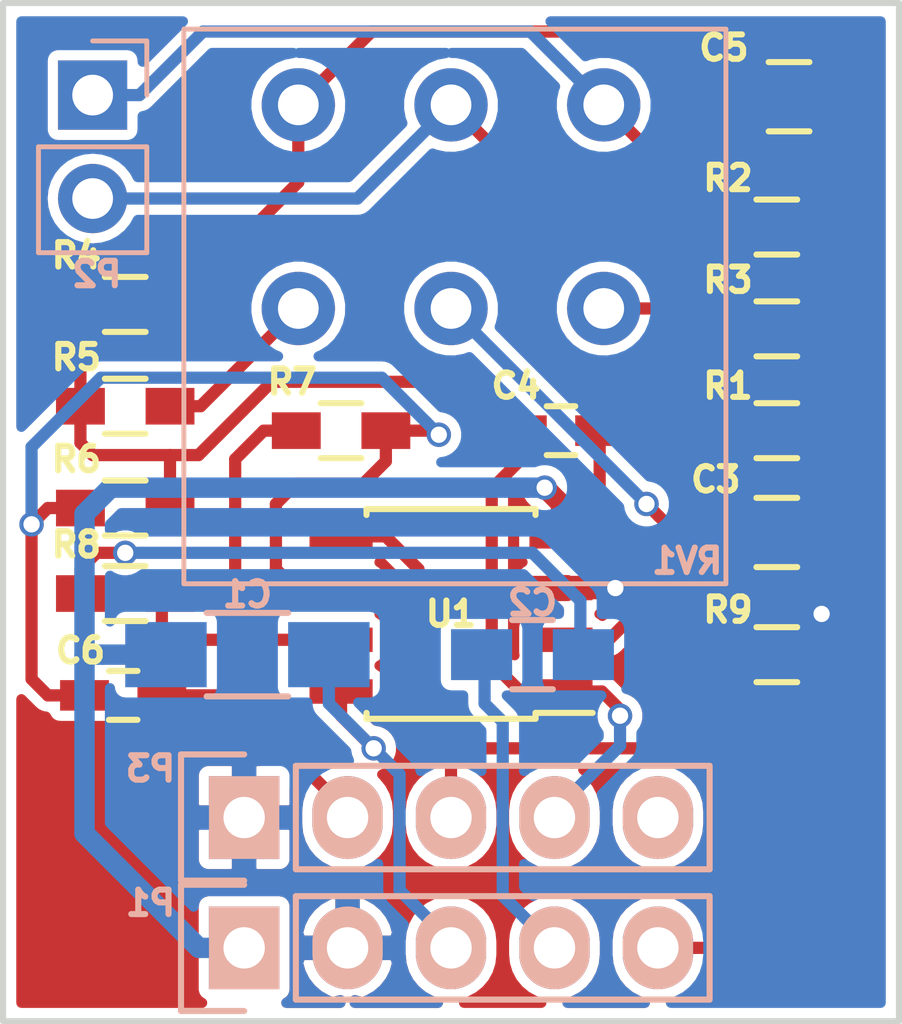
<source format=kicad_pcb>
(kicad_pcb (version 4) (host pcbnew 4.0.7)

  (general
    (links 38)
    (no_connects 0)
    (area 140.924999 70.924999 163.075001 96.075001)
    (thickness 1.6)
    (drawings 8)
    (tracks 168)
    (zones 0)
    (modules 20)
    (nets 19)
  )

  (page A4)
  (layers
    (0 F.Cu signal)
    (31 B.Cu signal)
    (32 B.Adhes user)
    (33 F.Adhes user)
    (34 B.Paste user)
    (35 F.Paste user)
    (36 B.SilkS user)
    (37 F.SilkS user)
    (38 B.Mask user)
    (39 F.Mask user)
    (40 Dwgs.User user)
    (41 Cmts.User user)
    (42 Eco1.User user)
    (43 Eco2.User user)
    (44 Edge.Cuts user)
    (45 Margin user)
    (46 B.CrtYd user hide)
    (47 F.CrtYd user)
    (48 B.Fab user hide)
    (49 F.Fab user hide)
  )

  (setup
    (last_trace_width 0.3)
    (trace_clearance 0.25)
    (zone_clearance 0.25)
    (zone_45_only no)
    (trace_min 0.25)
    (segment_width 0.2)
    (edge_width 0.15)
    (via_size 0.6)
    (via_drill 0.4)
    (via_min_size 0.4)
    (via_min_drill 0.3)
    (uvia_size 0.3)
    (uvia_drill 0.1)
    (uvias_allowed no)
    (uvia_min_size 0.2)
    (uvia_min_drill 0.1)
    (pcb_text_width 0.3)
    (pcb_text_size 1.5 1.5)
    (mod_edge_width 0.15)
    (mod_text_size 0.6 0.6)
    (mod_text_width 0.15)
    (pad_size 1.8 1.8)
    (pad_drill 1)
    (pad_to_mask_clearance 0.2)
    (aux_axis_origin 0 0)
    (visible_elements 7FFFFFFF)
    (pcbplotparams
      (layerselection 0x010fc_80000001)
      (usegerberextensions true)
      (excludeedgelayer true)
      (linewidth 0.100000)
      (plotframeref false)
      (viasonmask false)
      (mode 1)
      (useauxorigin false)
      (hpglpennumber 1)
      (hpglpenspeed 20)
      (hpglpendiameter 15)
      (hpglpenoverlay 2)
      (psnegative false)
      (psa4output false)
      (plotreference true)
      (plotvalue true)
      (plotinvisibletext false)
      (padsonsilk false)
      (subtractmaskfromsilk false)
      (outputformat 1)
      (mirror false)
      (drillshape 0)
      (scaleselection 1)
      (outputdirectory ../../GERBER/F0/BT/))
  )

  (net 0 "")
  (net 1 /V+)
  (net 2 Earth)
  (net 3 /MID_O)
  (net 4 /OUT)
  (net 5 /TW)
  (net 6 "Net-(C3-Pad2)")
  (net 7 /MID_I)
  (net 8 /B+)
  (net 9 /B-)
  (net 10 /Vref)
  (net 11 /IN)
  (net 12 /MID_R)
  (net 13 /BW)
  (net 14 /T-)
  (net 15 /T+)
  (net 16 "Net-(C6-Pad2)")
  (net 17 "Net-(C2-Pad1)")
  (net 18 "Net-(P3-Pad5)")

  (net_class Default "This is the default net class."
    (clearance 0.25)
    (trace_width 0.3)
    (via_dia 0.6)
    (via_drill 0.4)
    (uvia_dia 0.3)
    (uvia_drill 0.1)
    (add_net /B+)
    (add_net /B-)
    (add_net /BW)
    (add_net /IN)
    (add_net /MID_I)
    (add_net /MID_O)
    (add_net /MID_R)
    (add_net /OUT)
    (add_net /T+)
    (add_net /T-)
    (add_net /TW)
    (add_net /V+)
    (add_net /Vref)
    (add_net Earth)
    (add_net "Net-(C2-Pad1)")
    (add_net "Net-(C3-Pad2)")
    (add_net "Net-(C6-Pad2)")
    (add_net "Net-(P3-Pad5)")
  )

  (net_class PWR ""
    (clearance 0.25)
    (trace_width 0.3)
    (via_dia 0.6)
    (via_drill 0.4)
    (uvia_dia 0.3)
    (uvia_drill 0.1)
  )

  (module Resistors_SMD:R_0603_HandSoldering (layer F.Cu) (tedit 5AF383FF) (tstamp 5AF384B2)
    (at 160 87)
    (descr "Resistor SMD 0603, hand soldering")
    (tags "resistor 0603")
    (path /5A88933C)
    (attr smd)
    (fp_text reference R9 (at -1.2 -1.1) (layer F.SilkS)
      (effects (font (size 0.6 0.6) (thickness 0.15)))
    )
    (fp_text value 200k (at 0 1.9) (layer F.Fab) hide
      (effects (font (size 0.6 0.6) (thickness 0.15)))
    )
    (fp_line (start -2 -0.8) (end 2 -0.8) (layer F.CrtYd) (width 0.05))
    (fp_line (start -2 0.8) (end 2 0.8) (layer F.CrtYd) (width 0.05))
    (fp_line (start -2 -0.8) (end -2 0.8) (layer F.CrtYd) (width 0.05))
    (fp_line (start 2 -0.8) (end 2 0.8) (layer F.CrtYd) (width 0.05))
    (fp_line (start 0.5 0.675) (end -0.5 0.675) (layer F.SilkS) (width 0.15))
    (fp_line (start -0.5 -0.675) (end 0.5 -0.675) (layer F.SilkS) (width 0.15))
    (pad 1 smd rect (at -1.1 0) (size 1.2 0.9) (layers F.Cu F.Paste F.Mask)
      (net 12 /MID_R))
    (pad 2 smd rect (at 1.1 0) (size 1.2 0.9) (layers F.Cu F.Paste F.Mask)
      (net 10 /Vref))
    (model Resistors_SMD.3dshapes/R_0603_HandSoldering.wrl
      (at (xyz 0 0 0))
      (scale (xyz 1 1 1))
      (rotate (xyz 0 0 0))
    )
  )

  (module Housings_SOIC:SOIC-8_3.9x4.9mm_Pitch1.27mm (layer F.Cu) (tedit 5A6902BB) (tstamp 5A66A3B5)
    (at 152 86 180)
    (descr "8-Lead Plastic Small Outline (SN) - Narrow, 3.90 mm Body [SOIC] (see Microchip Packaging Specification 00000049BS.pdf)")
    (tags "SOIC 1.27")
    (path /5A666491)
    (attr smd)
    (fp_text reference U1 (at 0 0 180) (layer F.SilkS)
      (effects (font (size 0.6 0.6) (thickness 0.15)))
    )
    (fp_text value MC33178 (at 0 3.5 180) (layer F.Fab) hide
      (effects (font (size 0.6 0.6) (thickness 0.15)))
    )
    (fp_line (start -3.75 -2.75) (end -3.75 2.75) (layer F.CrtYd) (width 0.05))
    (fp_line (start 3.75 -2.75) (end 3.75 2.75) (layer F.CrtYd) (width 0.05))
    (fp_line (start -3.75 -2.75) (end 3.75 -2.75) (layer F.CrtYd) (width 0.05))
    (fp_line (start -3.75 2.75) (end 3.75 2.75) (layer F.CrtYd) (width 0.05))
    (fp_line (start -2.075 -2.575) (end -2.075 -2.43) (layer F.SilkS) (width 0.15))
    (fp_line (start 2.075 -2.575) (end 2.075 -2.43) (layer F.SilkS) (width 0.15))
    (fp_line (start 2.075 2.575) (end 2.075 2.43) (layer F.SilkS) (width 0.15))
    (fp_line (start -2.075 2.575) (end -2.075 2.43) (layer F.SilkS) (width 0.15))
    (fp_line (start -2.075 -2.575) (end 2.075 -2.575) (layer F.SilkS) (width 0.15))
    (fp_line (start -2.075 2.575) (end 2.075 2.575) (layer F.SilkS) (width 0.15))
    (fp_line (start -2.075 -2.43) (end -3.475 -2.43) (layer F.SilkS) (width 0.15))
    (pad 1 smd rect (at -2.7 -1.905 180) (size 1.55 0.6) (layers F.Cu F.Paste F.Mask)
      (net 7 /MID_I))
    (pad 2 smd rect (at -2.7 -0.635 180) (size 1.55 0.6) (layers F.Cu F.Paste F.Mask)
      (net 6 "Net-(C3-Pad2)"))
    (pad 3 smd rect (at -2.7 0.635 180) (size 1.55 0.6) (layers F.Cu F.Paste F.Mask)
      (net 10 /Vref))
    (pad 4 smd rect (at -2.7 1.905 180) (size 1.55 0.6) (layers F.Cu F.Paste F.Mask)
      (net 2 Earth))
    (pad 5 smd rect (at 2.7 1.905 180) (size 1.55 0.6) (layers F.Cu F.Paste F.Mask)
      (net 12 /MID_R))
    (pad 6 smd rect (at 2.7 0.635 180) (size 1.55 0.6) (layers F.Cu F.Paste F.Mask)
      (net 16 "Net-(C6-Pad2)"))
    (pad 7 smd rect (at 2.7 -0.635 180) (size 1.55 0.6) (layers F.Cu F.Paste F.Mask)
      (net 3 /MID_O))
    (pad 8 smd rect (at 2.7 -1.905 180) (size 1.55 0.6) (layers F.Cu F.Paste F.Mask)
      (net 1 /V+))
    (model Housings_SOIC.3dshapes/SOIC-8_3.9x4.9mm_Pitch1.27mm.wrl
      (at (xyz 0 0 0))
      (scale (xyz 1 1 1))
      (rotate (xyz 0 0 0))
    )
  )

  (module Pin_Headers:Pin_Header_Straight_1x05 (layer B.Cu) (tedit 54EA0684) (tstamp 5B1F5E2B)
    (at 146.92 91 270)
    (descr "Through hole pin header")
    (tags "pin header")
    (path /5B1F5F6B)
    (fp_text reference P3 (at -1.2 2.3 540) (layer B.SilkS)
      (effects (font (size 0.6 0.6) (thickness 0.15)) (justify mirror))
    )
    (fp_text value CONN_01X05 (at 0 3.1 270) (layer B.Fab)
      (effects (font (size 0.6 0.6) (thickness 0.15)) (justify mirror))
    )
    (fp_line (start -1.55 0) (end -1.55 1.55) (layer B.SilkS) (width 0.15))
    (fp_line (start -1.55 1.55) (end 1.55 1.55) (layer B.SilkS) (width 0.15))
    (fp_line (start 1.55 1.55) (end 1.55 0) (layer B.SilkS) (width 0.15))
    (fp_line (start -1.75 1.75) (end -1.75 -11.95) (layer B.CrtYd) (width 0.05))
    (fp_line (start 1.75 1.75) (end 1.75 -11.95) (layer B.CrtYd) (width 0.05))
    (fp_line (start -1.75 1.75) (end 1.75 1.75) (layer B.CrtYd) (width 0.05))
    (fp_line (start -1.75 -11.95) (end 1.75 -11.95) (layer B.CrtYd) (width 0.05))
    (fp_line (start 1.27 -1.27) (end 1.27 -11.43) (layer B.SilkS) (width 0.15))
    (fp_line (start 1.27 -11.43) (end -1.27 -11.43) (layer B.SilkS) (width 0.15))
    (fp_line (start -1.27 -11.43) (end -1.27 -1.27) (layer B.SilkS) (width 0.15))
    (fp_line (start 1.27 -1.27) (end -1.27 -1.27) (layer B.SilkS) (width 0.15))
    (pad 1 thru_hole rect (at 0 0 270) (size 2.032 1.7272) (drill 1.016) (layers *.Cu *.Mask B.SilkS)
      (net 10 /Vref))
    (pad 2 thru_hole oval (at 0 -2.54 270) (size 2.032 1.7272) (drill 1.016) (layers *.Cu *.Mask B.SilkS)
      (net 3 /MID_O))
    (pad 3 thru_hole oval (at 0 -5.08 270) (size 2.032 1.7272) (drill 1.016) (layers *.Cu *.Mask B.SilkS)
      (net 12 /MID_R))
    (pad 4 thru_hole oval (at 0 -7.62 270) (size 2.032 1.7272) (drill 1.016) (layers *.Cu *.Mask B.SilkS)
      (net 7 /MID_I))
    (pad 5 thru_hole oval (at 0 -10.16 270) (size 2.032 1.7272) (drill 1.016) (layers *.Cu *.Mask B.SilkS)
      (net 18 "Net-(P3-Pad5)"))
    (model Pin_Headers.3dshapes/Pin_Header_Straight_1x05.wrl
      (at (xyz 0 -0.2 0))
      (scale (xyz 1 1 1))
      (rotate (xyz 0 0 90))
    )
  )

  (module Resistors_SMD:R_0603_HandSoldering (layer F.Cu) (tedit 5AF38489) (tstamp 5A66A39F)
    (at 144 85.5)
    (descr "Resistor SMD 0603, hand soldering")
    (tags "resistor 0603")
    (path /5A666973)
    (attr smd)
    (fp_text reference R8 (at -1.2 -1.2) (layer F.SilkS)
      (effects (font (size 0.6 0.6) (thickness 0.15)))
    )
    (fp_text value 1k (at 0 1.9) (layer F.Fab) hide
      (effects (font (size 0.6 0.6) (thickness 0.15)))
    )
    (fp_line (start -2 -0.8) (end 2 -0.8) (layer F.CrtYd) (width 0.05))
    (fp_line (start -2 0.8) (end 2 0.8) (layer F.CrtYd) (width 0.05))
    (fp_line (start -2 -0.8) (end -2 0.8) (layer F.CrtYd) (width 0.05))
    (fp_line (start 2 -0.8) (end 2 0.8) (layer F.CrtYd) (width 0.05))
    (fp_line (start 0.5 0.675) (end -0.5 0.675) (layer F.SilkS) (width 0.15))
    (fp_line (start -0.5 -0.675) (end 0.5 -0.675) (layer F.SilkS) (width 0.15))
    (pad 1 smd rect (at -1.1 0) (size 1.2 0.9) (layers F.Cu F.Paste F.Mask)
      (net 17 "Net-(C2-Pad1)"))
    (pad 2 smd rect (at 1.1 0) (size 1.2 0.9) (layers F.Cu F.Paste F.Mask)
      (net 3 /MID_O))
    (model Resistors_SMD.3dshapes/R_0603_HandSoldering.wrl
      (at (xyz 0 0 0))
      (scale (xyz 1 1 1))
      (rotate (xyz 0 0 0))
    )
  )

  (module Pin_Headers:Pin_Header_Straight_1x05 (layer B.Cu) (tedit 54EA0684) (tstamp 5B1F5D20)
    (at 146.92 94.2 270)
    (descr "Through hole pin header")
    (tags "pin header")
    (path /5A5738E3)
    (fp_text reference P1 (at -1.1 2.3 540) (layer B.SilkS)
      (effects (font (size 0.6 0.6) (thickness 0.15)) (justify mirror))
    )
    (fp_text value CONN_01X05 (at 0 3.1 270) (layer B.Fab)
      (effects (font (size 0.6 0.6) (thickness 0.15)) (justify mirror))
    )
    (fp_line (start -1.55 0) (end -1.55 1.55) (layer B.SilkS) (width 0.15))
    (fp_line (start -1.55 1.55) (end 1.55 1.55) (layer B.SilkS) (width 0.15))
    (fp_line (start 1.55 1.55) (end 1.55 0) (layer B.SilkS) (width 0.15))
    (fp_line (start -1.75 1.75) (end -1.75 -11.95) (layer B.CrtYd) (width 0.05))
    (fp_line (start 1.75 1.75) (end 1.75 -11.95) (layer B.CrtYd) (width 0.05))
    (fp_line (start -1.75 1.75) (end 1.75 1.75) (layer B.CrtYd) (width 0.05))
    (fp_line (start -1.75 -11.95) (end 1.75 -11.95) (layer B.CrtYd) (width 0.05))
    (fp_line (start 1.27 -1.27) (end 1.27 -11.43) (layer B.SilkS) (width 0.15))
    (fp_line (start 1.27 -11.43) (end -1.27 -11.43) (layer B.SilkS) (width 0.15))
    (fp_line (start -1.27 -11.43) (end -1.27 -1.27) (layer B.SilkS) (width 0.15))
    (fp_line (start 1.27 -1.27) (end -1.27 -1.27) (layer B.SilkS) (width 0.15))
    (pad 1 thru_hole rect (at 0 0 270) (size 2.032 1.7272) (drill 1.016) (layers *.Cu *.Mask B.SilkS)
      (net 2 Earth))
    (pad 2 thru_hole oval (at 0 -2.54 270) (size 2.032 1.7272) (drill 1.016) (layers *.Cu *.Mask B.SilkS)
      (net 10 /Vref))
    (pad 3 thru_hole oval (at 0 -5.08 270) (size 2.032 1.7272) (drill 1.016) (layers *.Cu *.Mask B.SilkS)
      (net 1 /V+))
    (pad 4 thru_hole oval (at 0 -7.62 270) (size 2.032 1.7272) (drill 1.016) (layers *.Cu *.Mask B.SilkS)
      (net 4 /OUT))
    (pad 5 thru_hole oval (at 0 -10.16 270) (size 2.032 1.7272) (drill 1.016) (layers *.Cu *.Mask B.SilkS)
      (net 11 /IN))
    (model Pin_Headers.3dshapes/Pin_Header_Straight_1x05.wrl
      (at (xyz 0 -0.2 0))
      (scale (xyz 1 1 1))
      (rotate (xyz 0 0 90))
    )
  )

  (module LIBS:Potentiometer_Alpha_Double_Vertical_Dual_Shaft (layer B.Cu) (tedit 5A739FFE) (tstamp 5A73A0C9)
    (at 148.25 73.5 90)
    (descr "Potentiometer, vertically mounted, Omeg PC16PU, Omeg PC16PU, Omeg PC16PU, Vishay/Spectrol 248GJ/249GJ Single, Vishay/Spectrol 248GJ/249GJ Single, Vishay/Spectrol 248GJ/249GJ Single, Vishay/Spectrol 248GH/249GH Single, Vishay/Spectrol 148/149 Single, Vishay/Spectrol 148/149 Single, Vishay/Spectrol 148/149 Single, Vishay/Spectrol 148A/149A Single with mounting plates, Vishay/Spectrol 148/149 Double, Vishay/Spectrol 148A/149A Double with mounting plates, Piher PC-16 Single, Piher PC-16 Single, Piher PC-16 Single, Piher PC-16SV Single, Piher PC-16 Double, Piher PC-16 Triple, Piher T16H Single, Piher T16L Single, Piher T16H Double, Alps RK163 Single, Alps RK163 Double, Alps RK097 Single, Alps RK097 Double, http://www.alps.com/prod/info/E/HTML/Potentiometer/RotaryPotentiometers/RK097/RK09712100AV.html")
    (tags "Potentiometer vertical  Omeg PC16PU  Omeg PC16PU  Omeg PC16PU  Vishay/Spectrol 248GJ/249GJ Single  Vishay/Spectrol 248GJ/249GJ Single  Vishay/Spectrol 248GJ/249GJ Single  Vishay/Spectrol 248GH/249GH Single  Vishay/Spectrol 148/149 Single  Vishay/Spectrol 148/149 Single  Vishay/Spectrol 148/149 Single  Vishay/Spectrol 148A/149A Single with mounting plates  Vishay/Spectrol 148/149 Double  Vishay/Spectrol 148A/149A Double with mounting plates  Piher PC-16 Single  Piher PC-16 Single  Piher PC-16 Single  Piher PC-16SV Single  Piher PC-16 Double  Piher PC-16 Triple  Piher T16H Single  Piher T16L Single  Piher T16H Double  Alps RK163 Single  Alps RK163 Double  Alps RK097 Single  Alps RK097 Double Dual Shaft")
    (path /5A289F35)
    (fp_text reference RV1 (at -11.2 9.55 180) (layer B.SilkS)
      (effects (font (size 0.6 0.6) (thickness 0.15)) (justify mirror))
    )
    (fp_text value DUAL_POT (at 2.15 -3.9 90) (layer B.Fab) hide
      (effects (font (size 0.6 0.6) (thickness 0.15)) (justify mirror))
    )
    (fp_line (start -11.7 10.45) (end -11.7 -2.75) (layer B.Fab) (width 0.1))
    (fp_line (start -11.7 -2.75) (end 1.8 -2.75) (layer B.Fab) (width 0.1))
    (fp_line (start 1.8 -2.75) (end 1.8 10.45) (layer B.Fab) (width 0.1))
    (fp_line (start 1.8 10.45) (end -11.7 10.45) (layer B.Fab) (width 0.1))
    (fp_line (start -11.76 10.5) (end 1.86 10.5) (layer B.SilkS) (width 0.12))
    (fp_line (start -11.76 -2.81) (end 1.86 -2.81) (layer B.SilkS) (width 0.12))
    (fp_line (start -11.76 10.5) (end -11.76 -2.81) (layer B.SilkS) (width 0.12))
    (fp_line (start 1.86 10.5) (end 1.86 -2.81) (layer B.SilkS) (width 0.12))
    (fp_line (start -12.15 10.7) (end -12.15 -3) (layer B.CrtYd) (width 0.05))
    (fp_line (start -12.15 -3) (end 2.1 -3) (layer B.CrtYd) (width 0.05))
    (fp_line (start 2.1 -3) (end 2.1 10.7) (layer B.CrtYd) (width 0.05))
    (fp_line (start 2.1 10.7) (end -12.15 10.7) (layer B.CrtYd) (width 0.05))
    (pad 3 thru_hole circle (at 0 7.5 90) (size 1.8 1.8) (drill 1) (layers *.Cu *.Mask)
      (net 8 /B+))
    (pad 2 thru_hole circle (at 0 3.75 90) (size 1.8 1.8) (drill 1) (layers *.Cu *.Mask)
      (net 13 /BW))
    (pad 1 thru_hole circle (at 0 0 90) (size 1.8 1.8) (drill 1) (layers *.Cu *.Mask)
      (net 9 /B-))
    (pad 6 thru_hole circle (at -5 7.5 90) (size 1.8 1.8) (drill 1) (layers *.Cu *.Mask)
      (net 15 /T+))
    (pad 5 thru_hole circle (at -5 3.75 90) (size 1.8 1.8) (drill 1) (layers *.Cu *.Mask)
      (net 5 /TW))
    (pad 4 thru_hole circle (at -5 0 90) (size 1.8 1.8) (drill 1) (layers *.Cu *.Mask)
      (net 14 /T-))
    (model Potentiometers.3dshapes/Potentiometer_Alps_RK097_Double_Vertical.wrl
      (at (xyz 0 0 0))
      (scale (xyz 0.393701 0.393701 0.393701))
      (rotate (xyz 0 0 0))
    )
  )

  (module Resistors_SMD:R_0603_HandSoldering (layer F.Cu) (tedit 5AF38484) (tstamp 5A66A393)
    (at 144 83.4)
    (descr "Resistor SMD 0603, hand soldering")
    (tags "resistor 0603")
    (path /5A666880)
    (attr smd)
    (fp_text reference R6 (at -1.2 -1.2) (layer F.SilkS)
      (effects (font (size 0.6 0.6) (thickness 0.15)))
    )
    (fp_text value 20k (at 0 1.9) (layer F.Fab) hide
      (effects (font (size 0.6 0.6) (thickness 0.15)))
    )
    (fp_line (start -2 -0.8) (end 2 -0.8) (layer F.CrtYd) (width 0.05))
    (fp_line (start -2 0.8) (end 2 0.8) (layer F.CrtYd) (width 0.05))
    (fp_line (start -2 -0.8) (end -2 0.8) (layer F.CrtYd) (width 0.05))
    (fp_line (start 2 -0.8) (end 2 0.8) (layer F.CrtYd) (width 0.05))
    (fp_line (start 0.5 0.675) (end -0.5 0.675) (layer F.SilkS) (width 0.15))
    (fp_line (start -0.5 -0.675) (end 0.5 -0.675) (layer F.SilkS) (width 0.15))
    (pad 1 smd rect (at -1.1 0) (size 1.2 0.9) (layers F.Cu F.Paste F.Mask)
      (net 16 "Net-(C6-Pad2)"))
    (pad 2 smd rect (at 1.1 0) (size 1.2 0.9) (layers F.Cu F.Paste F.Mask)
      (net 7 /MID_I))
    (model Resistors_SMD.3dshapes/R_0603_HandSoldering.wrl
      (at (xyz 0 0 0))
      (scale (xyz 1 1 1))
      (rotate (xyz 0 0 0))
    )
  )

  (module Pin_Headers:Pin_Header_Straight_1x02_Pitch2.54mm (layer B.Cu) (tedit 5AF487DC) (tstamp 5AF48879)
    (at 143.2 73.26 180)
    (descr "Through hole straight pin header, 1x02, 2.54mm pitch, single row")
    (tags "Through hole pin header THT 1x02 2.54mm single row")
    (path /5AF39016)
    (fp_text reference P2 (at -0.1 -4.4 180) (layer B.SilkS)
      (effects (font (size 0.6 0.6) (thickness 0.15)) (justify mirror))
    )
    (fp_text value CONN_01X02 (at 0 -4.87 180) (layer B.Fab) hide
      (effects (font (size 0.6 0.6) (thickness 0.15)) (justify mirror))
    )
    (fp_line (start -0.635 1.27) (end 1.27 1.27) (layer B.Fab) (width 0.1))
    (fp_line (start 1.27 1.27) (end 1.27 -3.81) (layer B.Fab) (width 0.1))
    (fp_line (start 1.27 -3.81) (end -1.27 -3.81) (layer B.Fab) (width 0.1))
    (fp_line (start -1.27 -3.81) (end -1.27 0.635) (layer B.Fab) (width 0.1))
    (fp_line (start -1.27 0.635) (end -0.635 1.27) (layer B.Fab) (width 0.1))
    (fp_line (start -1.33 -3.87) (end 1.33 -3.87) (layer B.SilkS) (width 0.12))
    (fp_line (start -1.33 -1.27) (end -1.33 -3.87) (layer B.SilkS) (width 0.12))
    (fp_line (start 1.33 -1.27) (end 1.33 -3.87) (layer B.SilkS) (width 0.12))
    (fp_line (start -1.33 -1.27) (end 1.33 -1.27) (layer B.SilkS) (width 0.12))
    (fp_line (start -1.33 0) (end -1.33 1.33) (layer B.SilkS) (width 0.12))
    (fp_line (start -1.33 1.33) (end 0 1.33) (layer B.SilkS) (width 0.12))
    (fp_line (start -1.8 1.8) (end -1.8 -4.35) (layer B.CrtYd) (width 0.05))
    (fp_line (start -1.8 -4.35) (end 1.8 -4.35) (layer B.CrtYd) (width 0.05))
    (fp_line (start 1.8 -4.35) (end 1.8 1.8) (layer B.CrtYd) (width 0.05))
    (fp_line (start 1.8 1.8) (end -1.8 1.8) (layer B.CrtYd) (width 0.05))
    (fp_text user %R (at 0 -1.27 270) (layer B.Fab) hide
      (effects (font (size 0.6 0.6) (thickness 0.15)) (justify mirror))
    )
    (pad 1 thru_hole rect (at 0 0 180) (size 1.7 1.7) (drill 1) (layers *.Cu *.Mask)
      (net 8 /B+))
    (pad 2 thru_hole oval (at 0 -2.54 180) (size 1.7 1.7) (drill 1) (layers *.Cu *.Mask)
      (net 13 /BW))
    (model ${KISYS3DMOD}/Pin_Headers.3dshapes/Pin_Header_Straight_1x02_Pitch2.54mm.wrl
      (at (xyz 0 0 0))
      (scale (xyz 1 1 1))
      (rotate (xyz 0 0 0))
    )
  )

  (module Resistors_SMD:R_0603_HandSoldering (layer F.Cu) (tedit 5AF38485) (tstamp 5A66A38D)
    (at 144 80.9)
    (descr "Resistor SMD 0603, hand soldering")
    (tags "resistor 0603")
    (path /5A289194)
    (attr smd)
    (fp_text reference R5 (at -1.2 -1.2) (layer F.SilkS)
      (effects (font (size 0.6 0.6) (thickness 0.15)))
    )
    (fp_text value 1.8k (at 0 1.9) (layer F.Fab) hide
      (effects (font (size 0.6 0.6) (thickness 0.15)))
    )
    (fp_line (start -2 -0.8) (end 2 -0.8) (layer F.CrtYd) (width 0.05))
    (fp_line (start -2 0.8) (end 2 0.8) (layer F.CrtYd) (width 0.05))
    (fp_line (start -2 -0.8) (end -2 0.8) (layer F.CrtYd) (width 0.05))
    (fp_line (start 2 -0.8) (end 2 0.8) (layer F.CrtYd) (width 0.05))
    (fp_line (start 0.5 0.675) (end -0.5 0.675) (layer F.SilkS) (width 0.15))
    (fp_line (start -0.5 -0.675) (end 0.5 -0.675) (layer F.SilkS) (width 0.15))
    (pad 1 smd rect (at -1.1 0) (size 1.2 0.9) (layers F.Cu F.Paste F.Mask)
      (net 7 /MID_I))
    (pad 2 smd rect (at 1.1 0) (size 1.2 0.9) (layers F.Cu F.Paste F.Mask)
      (net 14 /T-))
    (model Resistors_SMD.3dshapes/R_0603_HandSoldering.wrl
      (at (xyz 0 0 0))
      (scale (xyz 1 1 1))
      (rotate (xyz 0 0 0))
    )
  )

  (module Resistors_SMD:R_0603_HandSoldering (layer F.Cu) (tedit 5AF38475) (tstamp 5A66A387)
    (at 144 78.4)
    (descr "Resistor SMD 0603, hand soldering")
    (tags "resistor 0603")
    (path /5A288BAC)
    (attr smd)
    (fp_text reference R4 (at -1.2 -1.2) (layer F.SilkS)
      (effects (font (size 0.6 0.6) (thickness 0.15)))
    )
    (fp_text value 6.8k (at 0 1.9) (layer F.Fab) hide
      (effects (font (size 0.6 0.6) (thickness 0.15)))
    )
    (fp_line (start -2 -0.8) (end 2 -0.8) (layer F.CrtYd) (width 0.05))
    (fp_line (start -2 0.8) (end 2 0.8) (layer F.CrtYd) (width 0.05))
    (fp_line (start -2 -0.8) (end -2 0.8) (layer F.CrtYd) (width 0.05))
    (fp_line (start 2 -0.8) (end 2 0.8) (layer F.CrtYd) (width 0.05))
    (fp_line (start 0.5 0.675) (end -0.5 0.675) (layer F.SilkS) (width 0.15))
    (fp_line (start -0.5 -0.675) (end 0.5 -0.675) (layer F.SilkS) (width 0.15))
    (pad 1 smd rect (at -1.1 0) (size 1.2 0.9) (layers F.Cu F.Paste F.Mask)
      (net 7 /MID_I))
    (pad 2 smd rect (at 1.1 0) (size 1.2 0.9) (layers F.Cu F.Paste F.Mask)
      (net 9 /B-))
    (model Resistors_SMD.3dshapes/R_0603_HandSoldering.wrl
      (at (xyz 0 0 0))
      (scale (xyz 1 1 1))
      (rotate (xyz 0 0 0))
    )
  )

  (module Resistors_SMD:R_0603_HandSoldering (layer F.Cu) (tedit 5AF38465) (tstamp 5A66A375)
    (at 160 81.5 180)
    (descr "Resistor SMD 0603, hand soldering")
    (tags "resistor 0603")
    (path /5A2889CA)
    (attr smd)
    (fp_text reference R1 (at 1.2 1.1 180) (layer F.SilkS)
      (effects (font (size 0.6 0.6) (thickness 0.15)))
    )
    (fp_text value 1.8k (at 0 1.9 180) (layer F.Fab) hide
      (effects (font (size 0.6 0.6) (thickness 0.15)))
    )
    (fp_line (start -2 -0.8) (end 2 -0.8) (layer F.CrtYd) (width 0.05))
    (fp_line (start -2 0.8) (end 2 0.8) (layer F.CrtYd) (width 0.05))
    (fp_line (start -2 -0.8) (end -2 0.8) (layer F.CrtYd) (width 0.05))
    (fp_line (start 2 -0.8) (end 2 0.8) (layer F.CrtYd) (width 0.05))
    (fp_line (start 0.5 0.675) (end -0.5 0.675) (layer F.SilkS) (width 0.15))
    (fp_line (start -0.5 -0.675) (end 0.5 -0.675) (layer F.SilkS) (width 0.15))
    (pad 1 smd rect (at -1.1 0 180) (size 1.2 0.9) (layers F.Cu F.Paste F.Mask)
      (net 13 /BW))
    (pad 2 smd rect (at 1.1 0 180) (size 1.2 0.9) (layers F.Cu F.Paste F.Mask)
      (net 6 "Net-(C3-Pad2)"))
    (model Resistors_SMD.3dshapes/R_0603_HandSoldering.wrl
      (at (xyz 0 0 0))
      (scale (xyz 1 1 1))
      (rotate (xyz 0 0 0))
    )
  )

  (module Resistors_SMD:R_0603_HandSoldering (layer F.Cu) (tedit 5AF3846F) (tstamp 5A66A37B)
    (at 160 76.5)
    (descr "Resistor SMD 0603, hand soldering")
    (tags "resistor 0603")
    (path /5A288A43)
    (attr smd)
    (fp_text reference R2 (at -1.2 -1.2) (layer F.SilkS)
      (effects (font (size 0.6 0.6) (thickness 0.15)))
    )
    (fp_text value 6.8k (at 0 1.9) (layer F.Fab) hide
      (effects (font (size 0.6 0.6) (thickness 0.15)))
    )
    (fp_line (start -2 -0.8) (end 2 -0.8) (layer F.CrtYd) (width 0.05))
    (fp_line (start -2 0.8) (end 2 0.8) (layer F.CrtYd) (width 0.05))
    (fp_line (start -2 -0.8) (end -2 0.8) (layer F.CrtYd) (width 0.05))
    (fp_line (start 2 -0.8) (end 2 0.8) (layer F.CrtYd) (width 0.05))
    (fp_line (start 0.5 0.675) (end -0.5 0.675) (layer F.SilkS) (width 0.15))
    (fp_line (start -0.5 -0.675) (end 0.5 -0.675) (layer F.SilkS) (width 0.15))
    (pad 1 smd rect (at -1.1 0) (size 1.2 0.9) (layers F.Cu F.Paste F.Mask)
      (net 8 /B+))
    (pad 2 smd rect (at 1.1 0) (size 1.2 0.9) (layers F.Cu F.Paste F.Mask)
      (net 11 /IN))
    (model Resistors_SMD.3dshapes/R_0603_HandSoldering.wrl
      (at (xyz 0 0 0))
      (scale (xyz 1 1 1))
      (rotate (xyz 0 0 0))
    )
  )

  (module Capacitors_SMD:C_0805_HandSoldering (layer F.Cu) (tedit 5AF384A6) (tstamp 5A66A34C)
    (at 160 84)
    (descr "Capacitor SMD 0805, hand soldering")
    (tags "capacitor 0805")
    (path /5A2890E1)
    (attr smd)
    (fp_text reference C3 (at -1.5 -1.3) (layer F.SilkS)
      (effects (font (size 0.6 0.6) (thickness 0.15)))
    )
    (fp_text value 10n (at 0 2.1) (layer F.Fab) hide
      (effects (font (size 0.6 0.6) (thickness 0.15)))
    )
    (fp_line (start -2.3 -1) (end 2.3 -1) (layer F.CrtYd) (width 0.05))
    (fp_line (start -2.3 1) (end 2.3 1) (layer F.CrtYd) (width 0.05))
    (fp_line (start -2.3 -1) (end -2.3 1) (layer F.CrtYd) (width 0.05))
    (fp_line (start 2.3 -1) (end 2.3 1) (layer F.CrtYd) (width 0.05))
    (fp_line (start 0.5 -0.85) (end -0.5 -0.85) (layer F.SilkS) (width 0.15))
    (fp_line (start -0.5 0.85) (end 0.5 0.85) (layer F.SilkS) (width 0.15))
    (pad 1 smd rect (at -1.25 0) (size 1.5 1.25) (layers F.Cu F.Paste F.Mask)
      (net 5 /TW))
    (pad 2 smd rect (at 1.25 0) (size 1.5 1.25) (layers F.Cu F.Paste F.Mask)
      (net 6 "Net-(C3-Pad2)"))
    (model Capacitors_SMD.3dshapes/C_0805_HandSoldering.wrl
      (at (xyz 0 0 0))
      (scale (xyz 1 1 1))
      (rotate (xyz 0 0 0))
    )
  )

  (module Resistors_SMD:R_0603_HandSoldering (layer F.Cu) (tedit 5AF3846B) (tstamp 5A66A381)
    (at 160 79)
    (descr "Resistor SMD 0603, hand soldering")
    (tags "resistor 0603")
    (path /5A289144)
    (attr smd)
    (fp_text reference R3 (at -1.2 -1.2) (layer F.SilkS)
      (effects (font (size 0.6 0.6) (thickness 0.15)))
    )
    (fp_text value 1.8k (at 0 1.9) (layer F.Fab) hide
      (effects (font (size 0.6 0.6) (thickness 0.15)))
    )
    (fp_line (start -2 -0.8) (end 2 -0.8) (layer F.CrtYd) (width 0.05))
    (fp_line (start -2 0.8) (end 2 0.8) (layer F.CrtYd) (width 0.05))
    (fp_line (start -2 -0.8) (end -2 0.8) (layer F.CrtYd) (width 0.05))
    (fp_line (start 2 -0.8) (end 2 0.8) (layer F.CrtYd) (width 0.05))
    (fp_line (start 0.5 0.675) (end -0.5 0.675) (layer F.SilkS) (width 0.15))
    (fp_line (start -0.5 -0.675) (end 0.5 -0.675) (layer F.SilkS) (width 0.15))
    (pad 1 smd rect (at -1.1 0) (size 1.2 0.9) (layers F.Cu F.Paste F.Mask)
      (net 15 /T+))
    (pad 2 smd rect (at 1.1 0) (size 1.2 0.9) (layers F.Cu F.Paste F.Mask)
      (net 11 /IN))
    (model Resistors_SMD.3dshapes/R_0603_HandSoldering.wrl
      (at (xyz 0 0 0))
      (scale (xyz 1 1 1))
      (rotate (xyz 0 0 0))
    )
  )

  (module Resistors_SMD:R_0603_HandSoldering (layer F.Cu) (tedit 5AF38482) (tstamp 5A66A399)
    (at 149.3 81.5)
    (descr "Resistor SMD 0603, hand soldering")
    (tags "resistor 0603")
    (path /5A666918)
    (attr smd)
    (fp_text reference R7 (at -1.2 -1.2) (layer F.SilkS)
      (effects (font (size 0.6 0.6) (thickness 0.15)))
    )
    (fp_text value 20k (at 0 1.9) (layer F.Fab) hide
      (effects (font (size 0.6 0.6) (thickness 0.15)))
    )
    (fp_line (start -2 -0.8) (end 2 -0.8) (layer F.CrtYd) (width 0.05))
    (fp_line (start -2 0.8) (end 2 0.8) (layer F.CrtYd) (width 0.05))
    (fp_line (start -2 -0.8) (end -2 0.8) (layer F.CrtYd) (width 0.05))
    (fp_line (start 2 -0.8) (end 2 0.8) (layer F.CrtYd) (width 0.05))
    (fp_line (start 0.5 0.675) (end -0.5 0.675) (layer F.SilkS) (width 0.15))
    (fp_line (start -0.5 -0.675) (end 0.5 -0.675) (layer F.SilkS) (width 0.15))
    (pad 1 smd rect (at -1.1 0) (size 1.2 0.9) (layers F.Cu F.Paste F.Mask)
      (net 3 /MID_O))
    (pad 2 smd rect (at 1.1 0) (size 1.2 0.9) (layers F.Cu F.Paste F.Mask)
      (net 16 "Net-(C6-Pad2)"))
    (model Resistors_SMD.3dshapes/R_0603_HandSoldering.wrl
      (at (xyz 0 0 0))
      (scale (xyz 1 1 1))
      (rotate (xyz 0 0 0))
    )
  )

  (module Capacitors_SMD:C_0805_HandSoldering (layer F.Cu) (tedit 5AF3DC8F) (tstamp 5AF3DC82)
    (at 160.3 73.3)
    (descr "Capacitor SMD 0805, hand soldering")
    (tags "capacitor 0805")
    (path /5A288B14)
    (attr smd)
    (fp_text reference C5 (at -1.6 -1.2) (layer F.SilkS)
      (effects (font (size 0.6 0.6) (thickness 0.15)))
    )
    (fp_text value 0.1u (at 0 2.1) (layer F.Fab) hide
      (effects (font (size 0.6 0.6) (thickness 0.15)))
    )
    (fp_line (start -2.3 -1) (end 2.3 -1) (layer F.CrtYd) (width 0.05))
    (fp_line (start -2.3 1) (end 2.3 1) (layer F.CrtYd) (width 0.05))
    (fp_line (start -2.3 -1) (end -2.3 1) (layer F.CrtYd) (width 0.05))
    (fp_line (start 2.3 -1) (end 2.3 1) (layer F.CrtYd) (width 0.05))
    (fp_line (start 0.5 -0.85) (end -0.5 -0.85) (layer F.SilkS) (width 0.15))
    (fp_line (start -0.5 0.85) (end 0.5 0.85) (layer F.SilkS) (width 0.15))
    (pad 1 smd rect (at -1.25 0) (size 1.5 1.25) (layers F.Cu F.Paste F.Mask)
      (net 9 /B-))
    (pad 2 smd rect (at 1.25 0) (size 1.5 1.25) (layers F.Cu F.Paste F.Mask)
      (net 8 /B+))
    (model Capacitors_SMD.3dshapes/C_0805_HandSoldering.wrl
      (at (xyz 0 0 0))
      (scale (xyz 1 1 1))
      (rotate (xyz 0 0 0))
    )
  )

  (module Capacitors_SMD:C_0603_HandSoldering (layer F.Cu) (tedit 5AF48543) (tstamp 5AF3DC88)
    (at 143.95 88 180)
    (descr "Capacitor SMD 0603, hand soldering")
    (tags "capacitor 0603")
    (path /5A7E145F)
    (attr smd)
    (fp_text reference C6 (at 1.05 1.1 180) (layer F.SilkS)
      (effects (font (size 0.6 0.6) (thickness 0.15)))
    )
    (fp_text value 270p (at 0 1.9 180) (layer F.Fab) hide
      (effects (font (size 0.6 0.6) (thickness 0.15)))
    )
    (fp_line (start -1.85 -0.75) (end 1.85 -0.75) (layer F.CrtYd) (width 0.05))
    (fp_line (start -1.85 0.75) (end 1.85 0.75) (layer F.CrtYd) (width 0.05))
    (fp_line (start -1.85 -0.75) (end -1.85 0.75) (layer F.CrtYd) (width 0.05))
    (fp_line (start 1.85 -0.75) (end 1.85 0.75) (layer F.CrtYd) (width 0.05))
    (fp_line (start -0.35 -0.6) (end 0.35 -0.6) (layer F.SilkS) (width 0.15))
    (fp_line (start 0.35 0.6) (end -0.35 0.6) (layer F.SilkS) (width 0.15))
    (pad 1 smd rect (at -0.95 0 180) (size 1.2 0.75) (layers F.Cu F.Paste F.Mask)
      (net 3 /MID_O))
    (pad 2 smd rect (at 0.95 0 180) (size 1.2 0.75) (layers F.Cu F.Paste F.Mask)
      (net 16 "Net-(C6-Pad2)"))
    (model Capacitors_SMD.3dshapes/C_0603_HandSoldering.wrl
      (at (xyz 0 0 0))
      (scale (xyz 1 1 1))
      (rotate (xyz 0 0 0))
    )
  )

  (module Capacitors_SMD:C_0603_HandSoldering (layer F.Cu) (tedit 5AF3DD30) (tstamp 5AF3DD20)
    (at 154.7 81.5)
    (descr "Capacitor SMD 0603, hand soldering")
    (tags "capacitor 0603")
    (path /5A2888B6)
    (attr smd)
    (fp_text reference C4 (at -1.1 -1.1) (layer F.SilkS)
      (effects (font (size 0.6 0.6) (thickness 0.15)))
    )
    (fp_text value 270p (at 0 1.9) (layer F.Fab) hide
      (effects (font (size 0.6 0.6) (thickness 0.15)))
    )
    (fp_line (start -1.85 -0.75) (end 1.85 -0.75) (layer F.CrtYd) (width 0.05))
    (fp_line (start -1.85 0.75) (end 1.85 0.75) (layer F.CrtYd) (width 0.05))
    (fp_line (start -1.85 -0.75) (end -1.85 0.75) (layer F.CrtYd) (width 0.05))
    (fp_line (start 1.85 -0.75) (end 1.85 0.75) (layer F.CrtYd) (width 0.05))
    (fp_line (start -0.35 -0.6) (end 0.35 -0.6) (layer F.SilkS) (width 0.15))
    (fp_line (start 0.35 0.6) (end -0.35 0.6) (layer F.SilkS) (width 0.15))
    (pad 1 smd rect (at -0.95 0) (size 1.2 0.75) (layers F.Cu F.Paste F.Mask)
      (net 7 /MID_I))
    (pad 2 smd rect (at 0.95 0) (size 1.2 0.75) (layers F.Cu F.Paste F.Mask)
      (net 6 "Net-(C3-Pad2)"))
    (model Capacitors_SMD.3dshapes/C_0603_HandSoldering.wrl
      (at (xyz 0 0 0))
      (scale (xyz 1 1 1))
      (rotate (xyz 0 0 0))
    )
  )

  (module Capacitors_SMD:C_1206_HandSoldering (layer B.Cu) (tedit 541A9C03) (tstamp 5B211955)
    (at 147 87 180)
    (descr "Capacitor SMD 1206, hand soldering")
    (tags "capacitor 1206")
    (path /5A288695)
    (attr smd)
    (fp_text reference C1 (at 0 1.475001 180) (layer B.SilkS)
      (effects (font (size 0.6 0.6) (thickness 0.15)) (justify mirror))
    )
    (fp_text value 10u (at 0 -2.3 180) (layer B.Fab)
      (effects (font (size 0.6 0.6) (thickness 0.15)) (justify mirror))
    )
    (fp_line (start -3.3 1.15) (end 3.3 1.15) (layer B.CrtYd) (width 0.05))
    (fp_line (start -3.3 -1.15) (end 3.3 -1.15) (layer B.CrtYd) (width 0.05))
    (fp_line (start -3.3 1.15) (end -3.3 -1.15) (layer B.CrtYd) (width 0.05))
    (fp_line (start 3.3 1.15) (end 3.3 -1.15) (layer B.CrtYd) (width 0.05))
    (fp_line (start 1 1.025) (end -1 1.025) (layer B.SilkS) (width 0.15))
    (fp_line (start -1 -1.025) (end 1 -1.025) (layer B.SilkS) (width 0.15))
    (pad 1 smd rect (at -2 0 180) (size 2 1.6) (layers B.Cu B.Paste B.Mask)
      (net 1 /V+))
    (pad 2 smd rect (at 2 0 180) (size 2 1.6) (layers B.Cu B.Paste B.Mask)
      (net 2 Earth))
    (model Capacitors_SMD.3dshapes/C_1206_HandSoldering.wrl
      (at (xyz 0 0 0))
      (scale (xyz 1 1 1))
      (rotate (xyz 0 0 0))
    )
  )

  (module Capacitors_SMD:C_0805_HandSoldering (layer B.Cu) (tedit 541A9B8D) (tstamp 5B2119C3)
    (at 154 87 180)
    (descr "Capacitor SMD 0805, hand soldering")
    (tags "capacitor 0805")
    (path /5A66629E)
    (attr smd)
    (fp_text reference C2 (at 0 1.275001 180) (layer B.SilkS)
      (effects (font (size 0.6 0.6) (thickness 0.15)) (justify mirror))
    )
    (fp_text value 10u (at 0 -2.1 180) (layer B.Fab)
      (effects (font (size 0.6 0.6) (thickness 0.15)) (justify mirror))
    )
    (fp_line (start -2.3 1) (end 2.3 1) (layer B.CrtYd) (width 0.05))
    (fp_line (start -2.3 -1) (end 2.3 -1) (layer B.CrtYd) (width 0.05))
    (fp_line (start -2.3 1) (end -2.3 -1) (layer B.CrtYd) (width 0.05))
    (fp_line (start 2.3 1) (end 2.3 -1) (layer B.CrtYd) (width 0.05))
    (fp_line (start 0.5 0.85) (end -0.5 0.85) (layer B.SilkS) (width 0.15))
    (fp_line (start -0.5 -0.85) (end 0.5 -0.85) (layer B.SilkS) (width 0.15))
    (pad 1 smd rect (at -1.25 0 180) (size 1.5 1.25) (layers B.Cu B.Paste B.Mask)
      (net 17 "Net-(C2-Pad1)"))
    (pad 2 smd rect (at 1.25 0 180) (size 1.5 1.25) (layers B.Cu B.Paste B.Mask)
      (net 4 /OUT))
    (model Capacitors_SMD.3dshapes/C_0805_HandSoldering.wrl
      (at (xyz 0 0 0))
      (scale (xyz 1 1 1))
      (rotate (xyz 0 0 0))
    )
  )

  (gr_line (start 141 96) (end 163 96) (layer Edge.Cuts) (width 0.15))
  (gr_line (start 141.3 95.7) (end 162.7 95.7) (layer Margin) (width 0.2))
  (gr_line (start 141 71) (end 141 96) (layer Edge.Cuts) (width 0.15))
  (gr_line (start 141.3 71.3) (end 141.3 95.7) (layer Margin) (width 0.2))
  (gr_line (start 162.7 95.7) (end 162.7 71.3) (layer Margin) (width 0.2))
  (gr_line (start 162.7 71.3) (end 141.3 71.3) (layer Margin) (width 0.2))
  (gr_line (start 163 96) (end 163 71) (layer Edge.Cuts) (width 0.15))
  (gr_line (start 163 71) (end 141 71) (layer Edge.Cuts) (width 0.15))

  (segment (start 150.1 89.3) (end 149 88.2) (width 0.3) (layer B.Cu) (net 1))
  (segment (start 149 88.2) (end 149 87) (width 0.3) (layer B.Cu) (net 1))
  (segment (start 150.73639 89.93639) (end 150.399999 89.599999) (width 0.3) (layer B.Cu) (net 1))
  (segment (start 150.73639 92.78399) (end 150.73639 89.93639) (width 0.3) (layer B.Cu) (net 1))
  (segment (start 149.3 87.905) (end 149.3 88.505) (width 0.3) (layer F.Cu) (net 1))
  (segment (start 149.3 88.505) (end 150.095 89.3) (width 0.3) (layer F.Cu) (net 1))
  (via (at 150.1 89.3) (size 0.6) (drill 0.4) (layers F.Cu B.Cu) (net 1))
  (segment (start 152 94.0476) (end 150.73639 92.78399) (width 0.3) (layer B.Cu) (net 1))
  (segment (start 150.095 89.3) (end 150.1 89.3) (width 0.3) (layer F.Cu) (net 1))
  (segment (start 150.399999 89.599999) (end 150.1 89.3) (width 0.3) (layer B.Cu) (net 1))
  (segment (start 152 94.2) (end 152 94.0476) (width 0.3) (layer B.Cu) (net 1))
  (segment (start 152 94.05) (end 152 94.2) (width 0.3) (layer B.Cu) (net 1))
  (segment (start 146.92 94.2) (end 145.8064 94.2) (width 0.5) (layer B.Cu) (net 2))
  (segment (start 145.8064 94.2) (end 143 91.3936) (width 0.5) (layer B.Cu) (net 2))
  (segment (start 143 91.3936) (end 143 87) (width 0.5) (layer B.Cu) (net 2))
  (segment (start 154.305 82.9) (end 154.3 82.9) (width 0.5) (layer F.Cu) (net 2))
  (segment (start 154.7 83.295) (end 154.305 82.9) (width 0.5) (layer F.Cu) (net 2))
  (segment (start 154.7 84.095) (end 154.7 83.295) (width 0.5) (layer F.Cu) (net 2))
  (segment (start 153.875736 82.9) (end 154.3 82.9) (width 0.5) (layer B.Cu) (net 2))
  (segment (start 143.641998 82.9) (end 153.875736 82.9) (width 0.5) (layer B.Cu) (net 2))
  (segment (start 143 83.541998) (end 143.641998 82.9) (width 0.5) (layer B.Cu) (net 2))
  (segment (start 143 87) (end 143 83.541998) (width 0.5) (layer B.Cu) (net 2))
  (via (at 154.3 82.9) (size 0.6) (drill 0.4) (layers F.Cu B.Cu) (net 2))
  (segment (start 144.5 87) (end 143.45 87) (width 0.5) (layer B.Cu) (net 2))
  (segment (start 143.45 87) (end 143 87) (width 0.5) (layer B.Cu) (net 2))
  (segment (start 145.8 88) (end 144.9 88) (width 0.3) (layer F.Cu) (net 3))
  (segment (start 149.46 90.8476) (end 148.2964 89.684) (width 0.3) (layer F.Cu) (net 3))
  (segment (start 148.2964 89.684) (end 148.144 89.684) (width 0.3) (layer F.Cu) (net 3))
  (segment (start 148.144 89.684) (end 146.46 88) (width 0.3) (layer F.Cu) (net 3))
  (segment (start 146.46 88) (end 145.8 88) (width 0.3) (layer F.Cu) (net 3))
  (segment (start 149.46 91) (end 149.46 90.8476) (width 0.3) (layer F.Cu) (net 3))
  (segment (start 144.9 88) (end 144.9 86.6) (width 0.3) (layer F.Cu) (net 3))
  (segment (start 144.9 86.6) (end 144.9 85.7) (width 0.3) (layer F.Cu) (net 3))
  (segment (start 146.7 86.635) (end 144.935 86.635) (width 0.3) (layer F.Cu) (net 3))
  (segment (start 144.935 86.635) (end 144.9 86.6) (width 0.3) (layer F.Cu) (net 3))
  (segment (start 144.9 85.7) (end 145.1 85.5) (width 0.3) (layer F.Cu) (net 3))
  (segment (start 149.3 86.635) (end 146.7 86.635) (width 0.3) (layer F.Cu) (net 3))
  (segment (start 146.7 84.05) (end 146.7 86.635) (width 0.3) (layer F.Cu) (net 3))
  (segment (start 146.7 84.05) (end 146.7 82.2) (width 0.3) (layer F.Cu) (net 3))
  (segment (start 146.7 82.2) (end 147.4 81.5) (width 0.3) (layer F.Cu) (net 3))
  (segment (start 147.4 81.5) (end 148.2 81.5) (width 0.3) (layer F.Cu) (net 3))
  (segment (start 152.82398 88.20043) (end 152.82398 87) (width 0.3) (layer B.Cu) (net 4))
  (segment (start 153.27 88.64645) (end 152.82398 88.20043) (width 0.3) (layer B.Cu) (net 4))
  (segment (start 153.27 92.92) (end 153.27 88.64645) (width 0.3) (layer B.Cu) (net 4))
  (segment (start 153.27 92.92) (end 154.54 94.19) (width 0.3) (layer B.Cu) (net 4))
  (segment (start 154.54 94.19) (end 154.54 94.2) (width 0.3) (layer B.Cu) (net 4))
  (segment (start 157.099993 83.599999) (end 156.799994 83.3) (width 0.3) (layer F.Cu) (net 5))
  (segment (start 157.499994 84) (end 157.099993 83.599999) (width 0.3) (layer F.Cu) (net 5))
  (segment (start 156.799994 83.299994) (end 156.799994 83.3) (width 0.3) (layer B.Cu) (net 5))
  (segment (start 152 78.5) (end 156.799994 83.299994) (width 0.3) (layer B.Cu) (net 5))
  (segment (start 158.75 84) (end 157.499994 84) (width 0.3) (layer F.Cu) (net 5))
  (via (at 156.799994 83.3) (size 0.6) (drill 0.4) (layers F.Cu B.Cu) (net 5))
  (segment (start 161.25 84) (end 161.125 84) (width 0.3) (layer F.Cu) (net 6))
  (segment (start 161.125 84) (end 158.9 81.775) (width 0.3) (layer F.Cu) (net 6))
  (segment (start 158.9 81.775) (end 158.9 81.5) (width 0.3) (layer F.Cu) (net 6))
  (segment (start 155.775 86.635) (end 154.7 86.635) (width 0.3) (layer F.Cu) (net 6))
  (segment (start 155.65 81.5) (end 155.65 83.260004) (width 0.3) (layer F.Cu) (net 6))
  (segment (start 155.65 83.260004) (end 156.850002 84.460006) (width 0.3) (layer F.Cu) (net 6))
  (segment (start 156.850002 84.460006) (end 156.850002 85.660002) (width 0.3) (layer F.Cu) (net 6))
  (segment (start 156.850002 85.660002) (end 155.875004 86.635) (width 0.3) (layer F.Cu) (net 6))
  (segment (start 155.875004 86.635) (end 155.775 86.635) (width 0.3) (layer F.Cu) (net 6))
  (segment (start 158.9 81.5) (end 155.65 81.5) (width 0.3) (layer F.Cu) (net 6))
  (segment (start 158.9 81.5) (end 159.05 81.5) (width 0.3) (layer F.Cu) (net 6))
  (segment (start 154.54 90.8476) (end 156.15 89.2376) (width 0.3) (layer B.Cu) (net 7))
  (segment (start 156.15 89.2376) (end 156.15 88.5) (width 0.3) (layer B.Cu) (net 7))
  (via (at 156.15 88.5) (size 0.6) (drill 0.4) (layers F.Cu B.Cu) (net 7))
  (segment (start 156.15 88.5) (end 156.15 88.35) (width 0.3) (layer F.Cu) (net 7))
  (segment (start 156.15 88.35) (end 155.705 87.905) (width 0.3) (layer F.Cu) (net 7))
  (segment (start 155.705 87.905) (end 154.7 87.905) (width 0.3) (layer F.Cu) (net 7))
  (segment (start 154.54 88.065) (end 154.7 87.905) (width 0.3) (layer F.Cu) (net 7))
  (segment (start 154.54 91) (end 154.54 90.8476) (width 0.3) (layer B.Cu) (net 7))
  (segment (start 145.1 82.1) (end 145.8 82.1) (width 0.3) (layer F.Cu) (net 7))
  (segment (start 151.65 80.3) (end 152.85 81.5) (width 0.3) (layer F.Cu) (net 7))
  (segment (start 145.8 82.1) (end 147.6 80.3) (width 0.3) (layer F.Cu) (net 7))
  (segment (start 147.6 80.3) (end 151.65 80.3) (width 0.3) (layer F.Cu) (net 7))
  (segment (start 152.85 81.5) (end 153.75 81.5) (width 0.3) (layer F.Cu) (net 7))
  (segment (start 145.1 83.4) (end 145.1 82.65) (width 0.3) (layer F.Cu) (net 7))
  (segment (start 142.9 80.9) (end 142.9 78.4) (width 0.3) (layer F.Cu) (net 7))
  (segment (start 143.2 82.1) (end 142.9 81.8) (width 0.3) (layer F.Cu) (net 7))
  (segment (start 142.9 81.8) (end 142.9 80.9) (width 0.3) (layer F.Cu) (net 7))
  (segment (start 145.1 82.1) (end 143.2 82.1) (width 0.3) (layer F.Cu) (net 7))
  (segment (start 145.1 83.4) (end 145.1 82.1) (width 0.3) (layer F.Cu) (net 7))
  (segment (start 153.75 81.5) (end 153.75 82.175) (width 0.3) (layer F.Cu) (net 7))
  (segment (start 153.75 82.175) (end 153 82.925) (width 0.3) (layer F.Cu) (net 7))
  (segment (start 153 82.925) (end 153 87.2) (width 0.3) (layer F.Cu) (net 7))
  (segment (start 153 87.2) (end 153.705 87.905) (width 0.3) (layer F.Cu) (net 7))
  (segment (start 153.705 87.905) (end 154.7 87.905) (width 0.3) (layer F.Cu) (net 7))
  (segment (start 143.2 73.26) (end 144.35 73.26) (width 0.3) (layer B.Cu) (net 8))
  (segment (start 144.35 73.26) (end 145.91 71.7) (width 0.3) (layer B.Cu) (net 8))
  (segment (start 145.91 71.7) (end 153.95 71.7) (width 0.3) (layer B.Cu) (net 8))
  (segment (start 153.95 71.7) (end 155.75 73.5) (width 0.3) (layer B.Cu) (net 8))
  (segment (start 160.775 75) (end 158.9 75) (width 0.3) (layer F.Cu) (net 8))
  (segment (start 158.9 75) (end 157.25 75) (width 0.3) (layer F.Cu) (net 8))
  (segment (start 158.9 76.5) (end 158.9 75.75) (width 0.3) (layer F.Cu) (net 8))
  (segment (start 158.9 75.75) (end 158.9 75) (width 0.3) (layer F.Cu) (net 8))
  (segment (start 157.25 75) (end 155.75 73.5) (width 0.3) (layer F.Cu) (net 8))
  (segment (start 161.55 73.3) (end 161.55 74.225) (width 0.3) (layer F.Cu) (net 8))
  (segment (start 161.55 74.225) (end 160.775 75) (width 0.3) (layer F.Cu) (net 8))
  (segment (start 159.05 73.3) (end 158 73.3) (width 0.3) (layer F.Cu) (net 9))
  (segment (start 158 73.3) (end 156.4 71.7) (width 0.3) (layer F.Cu) (net 9))
  (segment (start 156.4 71.7) (end 150.05 71.7) (width 0.3) (layer F.Cu) (net 9))
  (segment (start 150.05 71.7) (end 148.25 73.5) (width 0.3) (layer F.Cu) (net 9))
  (segment (start 148.25 73.5) (end 148.25 75.4) (width 0.3) (layer F.Cu) (net 9))
  (segment (start 148.25 75.4) (end 145.25 78.4) (width 0.3) (layer F.Cu) (net 9))
  (segment (start 145.25 78.4) (end 145.1 78.4) (width 0.3) (layer F.Cu) (net 9))
  (segment (start 161.1 87) (end 161.1 86) (width 0.3) (layer F.Cu) (net 10))
  (via (at 161.1 86) (size 0.6) (drill 0.4) (layers F.Cu B.Cu) (net 10))
  (segment (start 154.7 85.365) (end 156.035 85.365) (width 0.3) (layer F.Cu) (net 10))
  (via (at 156.035 85.365) (size 0.6) (drill 0.4) (layers F.Cu B.Cu) (net 10))
  (segment (start 156.035 85.365) (end 156.05 85.35) (width 0.25) (layer F.Cu) (net 10))
  (segment (start 157.08 94.2) (end 161 94.2) (width 0.3) (layer F.Cu) (net 11))
  (segment (start 161 94.2) (end 162.450001 92.749999) (width 0.3) (layer F.Cu) (net 11))
  (segment (start 162.450001 92.749999) (end 162.450001 81.100001) (width 0.3) (layer F.Cu) (net 11))
  (segment (start 162.450001 81.100001) (end 161.1 79.75) (width 0.3) (layer F.Cu) (net 11))
  (segment (start 161.1 79.75) (end 161.1 79) (width 0.3) (layer F.Cu) (net 11))
  (segment (start 161.1 79) (end 161.1 76.5) (width 0.3) (layer F.Cu) (net 11))
  (segment (start 152 89.3) (end 151.2 88.5) (width 0.3) (layer F.Cu) (net 12))
  (segment (start 151.2 84.9) (end 150.395 84.095) (width 0.3) (layer F.Cu) (net 12))
  (segment (start 151.2 88.5) (end 151.2 84.9) (width 0.3) (layer F.Cu) (net 12))
  (segment (start 150.395 84.095) (end 149.3 84.095) (width 0.3) (layer F.Cu) (net 12))
  (segment (start 152 89.734) (end 152 89.3) (width 0.3) (layer F.Cu) (net 12))
  (segment (start 152 89.3) (end 157.7 89.3) (width 0.3) (layer F.Cu) (net 12))
  (segment (start 157.7 89.3) (end 159 88) (width 0.3) (layer F.Cu) (net 12))
  (segment (start 159 87.1) (end 158.9 87) (width 0.3) (layer F.Cu) (net 12))
  (segment (start 159 88) (end 159 87.1) (width 0.3) (layer F.Cu) (net 12))
  (segment (start 152 91) (end 152 89.734) (width 0.3) (layer F.Cu) (net 12))
  (segment (start 143.2 75.8) (end 149.7 75.8) (width 0.3) (layer B.Cu) (net 13))
  (segment (start 149.7 75.8) (end 152 73.5) (width 0.3) (layer B.Cu) (net 13))
  (segment (start 152 73.5) (end 153.5 75) (width 0.3) (layer F.Cu) (net 13))
  (segment (start 153.5 75) (end 153.5 78.6) (width 0.3) (layer F.Cu) (net 13))
  (segment (start 153.5 78.6) (end 155.2 80.3) (width 0.3) (layer F.Cu) (net 13))
  (segment (start 155.2 80.3) (end 159.75 80.3) (width 0.3) (layer F.Cu) (net 13))
  (segment (start 159.75 80.3) (end 160.95 81.5) (width 0.3) (layer F.Cu) (net 13))
  (segment (start 160.95 81.5) (end 161.1 81.5) (width 0.3) (layer F.Cu) (net 13))
  (segment (start 148.25 78.5) (end 145.85 80.9) (width 0.3) (layer F.Cu) (net 14))
  (segment (start 145.85 80.9) (end 145.1 80.9) (width 0.3) (layer F.Cu) (net 14))
  (segment (start 157.9 79) (end 157.4 78.5) (width 0.3) (layer F.Cu) (net 15))
  (segment (start 157.4 78.5) (end 155.75 78.5) (width 0.3) (layer F.Cu) (net 15))
  (segment (start 158.9 79) (end 157.9 79) (width 0.3) (layer F.Cu) (net 15))
  (segment (start 141.7 87.6) (end 142.1 88) (width 0.3) (layer F.Cu) (net 16))
  (segment (start 142.1 88) (end 143 88) (width 0.3) (layer F.Cu) (net 16))
  (segment (start 141.7 83.8) (end 141.7 87.6) (width 0.3) (layer F.Cu) (net 16))
  (segment (start 141.7 83.8) (end 141.7 81.9) (width 0.3) (layer B.Cu) (net 16))
  (segment (start 141.7 81.9) (end 143.399994 80.200006) (width 0.3) (layer B.Cu) (net 16))
  (segment (start 143.399994 80.200006) (end 150.300016 80.200006) (width 0.3) (layer B.Cu) (net 16))
  (segment (start 150.300016 80.200006) (end 151.400001 81.299991) (width 0.3) (layer B.Cu) (net 16))
  (segment (start 151.400001 81.299991) (end 151.7 81.59999) (width 0.3) (layer B.Cu) (net 16))
  (segment (start 151.60001 81.5) (end 151.7 81.59999) (width 0.3) (layer F.Cu) (net 16))
  (segment (start 150.4 81.5) (end 151.60001 81.5) (width 0.3) (layer F.Cu) (net 16))
  (via (at 151.7 81.59999) (size 0.6) (drill 0.4) (layers F.Cu B.Cu) (net 16))
  (segment (start 150.4 81.5) (end 150.4 82.25) (width 0.3) (layer F.Cu) (net 16))
  (segment (start 150.4 82.25) (end 149.85 82.8) (width 0.3) (layer F.Cu) (net 16))
  (segment (start 148.2 82.8) (end 147.7 83.3) (width 0.3) (layer F.Cu) (net 16))
  (segment (start 149.85 82.8) (end 148.2 82.8) (width 0.3) (layer F.Cu) (net 16))
  (segment (start 147.7 83.3) (end 147.7 84.9) (width 0.3) (layer F.Cu) (net 16))
  (segment (start 148.165 85.365) (end 149.3 85.365) (width 0.3) (layer F.Cu) (net 16))
  (segment (start 147.7 84.9) (end 148.165 85.365) (width 0.3) (layer F.Cu) (net 16))
  (via (at 141.7 83.8) (size 0.6) (drill 0.4) (layers F.Cu B.Cu) (net 16))
  (segment (start 141.7 83.8) (end 142.1 83.4) (width 0.3) (layer F.Cu) (net 16))
  (segment (start 142.1 83.4) (end 142.9 83.4) (width 0.3) (layer F.Cu) (net 16))
  (segment (start 144.424264 84.5) (end 144 84.5) (width 0.3) (layer B.Cu) (net 17))
  (segment (start 154 84.5) (end 144.424264 84.5) (width 0.3) (layer B.Cu) (net 17))
  (segment (start 155.17602 85.67602) (end 154 84.5) (width 0.3) (layer B.Cu) (net 17))
  (segment (start 155.17602 87) (end 155.17602 85.67602) (width 0.3) (layer B.Cu) (net 17))
  (segment (start 142.9 85.5) (end 142.9 84.9) (width 0.3) (layer F.Cu) (net 17))
  (segment (start 142.9 84.9) (end 143.3 84.5) (width 0.3) (layer F.Cu) (net 17))
  (segment (start 143.3 84.5) (end 144 84.5) (width 0.3) (layer F.Cu) (net 17))
  (via (at 144 84.5) (size 0.6) (drill 0.4) (layers F.Cu B.Cu) (net 17))

  (zone (net 10) (net_name /Vref) (layer B.Cu) (tstamp 0) (hatch edge 0.508)
    (connect_pads (clearance 0.25))
    (min_thickness 0.25)
    (fill yes (arc_segments 32) (thermal_gap 0.25) (thermal_bridge_width 0.6))
    (polygon
      (pts
        (xy 163 71) (xy 141 71) (xy 141 96) (xy 163 96)
      )
    )
    (filled_polygon
      (pts
        (xy 154.65102 85.893482) (xy 154.65102 85.998186) (xy 154.5 85.998186) (xy 154.440283 86.002948) (xy 154.338996 86.034315)
        (xy 154.250457 86.092657) (xy 154.181678 86.173357) (xy 154.138104 86.270022) (xy 154.123186 86.375) (xy 154.123186 87.625)
        (xy 154.127948 87.684717) (xy 154.159315 87.786004) (xy 154.217657 87.874543) (xy 154.298357 87.943322) (xy 154.395022 87.986896)
        (xy 154.5 88.001814) (xy 155.69394 88.001814) (xy 155.630418 88.064019) (xy 155.555631 88.173243) (xy 155.503483 88.294913)
        (xy 155.475961 88.424394) (xy 155.474113 88.556756) (xy 155.498009 88.686955) (xy 155.546739 88.810034) (xy 155.618447 88.921303)
        (xy 155.625 88.928089) (xy 155.625 89.020138) (xy 154.963554 89.681584) (xy 154.789055 89.627568) (xy 154.548647 89.6023)
        (xy 154.30791 89.624209) (xy 154.076012 89.69246) (xy 153.861788 89.804454) (xy 153.795 89.858153) (xy 153.795 88.64645)
        (xy 153.790273 88.598241) (xy 153.786042 88.549876) (xy 153.78527 88.547218) (xy 153.785001 88.544477) (xy 153.771006 88.498121)
        (xy 153.757456 88.451483) (xy 153.756185 88.449031) (xy 153.755387 88.446388) (xy 153.732602 88.403535) (xy 153.710302 88.360515)
        (xy 153.708582 88.358361) (xy 153.707284 88.355919) (xy 153.676602 88.3183) (xy 153.646378 88.280438) (xy 153.642591 88.276599)
        (xy 153.642525 88.276517) (xy 153.642449 88.276455) (xy 153.641231 88.275219) (xy 153.367826 88.001814) (xy 153.5 88.001814)
        (xy 153.559717 87.997052) (xy 153.661004 87.965685) (xy 153.749543 87.907343) (xy 153.818322 87.826643) (xy 153.861896 87.729978)
        (xy 153.876814 87.625) (xy 153.876814 86.375) (xy 153.872052 86.315283) (xy 153.840685 86.213996) (xy 153.782343 86.125457)
        (xy 153.701643 86.056678) (xy 153.604978 86.013104) (xy 153.5 85.998186) (xy 152 85.998186) (xy 151.940283 86.002948)
        (xy 151.838996 86.034315) (xy 151.750457 86.092657) (xy 151.681678 86.173357) (xy 151.638104 86.270022) (xy 151.623186 86.375)
        (xy 151.623186 87.625) (xy 151.627948 87.684717) (xy 151.659315 87.786004) (xy 151.717657 87.874543) (xy 151.798357 87.943322)
        (xy 151.895022 87.986896) (xy 152 88.001814) (xy 152.29898 88.001814) (xy 152.29898 88.20043) (xy 152.303707 88.248635)
        (xy 152.307938 88.297005) (xy 152.30871 88.299663) (xy 152.308979 88.302403) (xy 152.322981 88.34878) (xy 152.336525 88.395398)
        (xy 152.337794 88.397847) (xy 152.338593 88.400492) (xy 152.361387 88.443362) (xy 152.383678 88.486365) (xy 152.385398 88.488519)
        (xy 152.386696 88.490961) (xy 152.417378 88.52858) (xy 152.447602 88.566442) (xy 152.451389 88.570281) (xy 152.451455 88.570363)
        (xy 152.451531 88.570425) (xy 152.452749 88.571661) (xy 152.745 88.863912) (xy 152.745 89.85736) (xy 152.692616 89.814024)
        (xy 152.479977 89.69905) (xy 152.249055 89.627568) (xy 152.008647 89.6023) (xy 151.76791 89.624209) (xy 151.536012 89.69246)
        (xy 151.321788 89.804454) (xy 151.254099 89.858877) (xy 151.252432 89.839816) (xy 151.25166 89.837158) (xy 151.251391 89.834417)
        (xy 151.2374 89.788074) (xy 151.223846 89.741422) (xy 151.222574 89.738968) (xy 151.221777 89.736328) (xy 151.199002 89.693494)
        (xy 151.176692 89.650455) (xy 151.174972 89.648301) (xy 151.173674 89.645859) (xy 151.142992 89.60824) (xy 151.112768 89.570378)
        (xy 151.108981 89.566539) (xy 151.108915 89.566457) (xy 151.108839 89.566395) (xy 151.107621 89.565159) (xy 150.774721 89.232259)
        (xy 150.749317 89.10396) (xy 150.698873 88.981573) (xy 150.625618 88.871316) (xy 150.532343 88.777387) (xy 150.4226 88.703364)
        (xy 150.300569 88.652067) (xy 150.170898 88.62545) (xy 150.167891 88.625429) (xy 149.719276 88.176814) (xy 150 88.176814)
        (xy 150.059717 88.172052) (xy 150.161004 88.140685) (xy 150.249543 88.082343) (xy 150.318322 88.001643) (xy 150.361896 87.904978)
        (xy 150.376814 87.8) (xy 150.376814 86.2) (xy 150.372052 86.140283) (xy 150.340685 86.038996) (xy 150.282343 85.950457)
        (xy 150.201643 85.881678) (xy 150.104978 85.838104) (xy 150 85.823186) (xy 148 85.823186) (xy 147.940283 85.827948)
        (xy 147.838996 85.859315) (xy 147.750457 85.917657) (xy 147.681678 85.998357) (xy 147.638104 86.095022) (xy 147.623186 86.2)
        (xy 147.623186 87.8) (xy 147.627948 87.859717) (xy 147.659315 87.961004) (xy 147.717657 88.049543) (xy 147.798357 88.118322)
        (xy 147.895022 88.161896) (xy 148 88.176814) (xy 148.475 88.176814) (xy 148.475 88.2) (xy 148.479727 88.248205)
        (xy 148.483958 88.296575) (xy 148.48473 88.299233) (xy 148.484999 88.301973) (xy 148.499001 88.34835) (xy 148.512545 88.394968)
        (xy 148.513814 88.397417) (xy 148.514613 88.400062) (xy 148.537407 88.442932) (xy 148.559698 88.485935) (xy 148.561418 88.488089)
        (xy 148.562716 88.490531) (xy 148.593398 88.52815) (xy 148.623622 88.566012) (xy 148.627409 88.569851) (xy 148.627475 88.569933)
        (xy 148.627551 88.569995) (xy 148.628769 88.571231) (xy 149.42632 89.368782) (xy 149.448009 89.486955) (xy 149.494764 89.605045)
        (xy 149.468647 89.6023) (xy 149.22791 89.624209) (xy 148.996012 89.69246) (xy 148.781788 89.804454) (xy 148.593397 89.955924)
        (xy 148.438014 90.141102) (xy 148.321559 90.352934) (xy 148.248466 90.583351) (xy 148.221521 90.823576) (xy 148.2214 90.84087)
        (xy 148.2214 91.15913) (xy 148.244989 91.399709) (xy 148.314857 91.631124) (xy 148.428344 91.844561) (xy 148.581126 92.03189)
        (xy 148.767384 92.185976) (xy 148.980023 92.30095) (xy 149.210945 92.372432) (xy 149.451353 92.3977) (xy 149.69209 92.375791)
        (xy 149.923988 92.30754) (xy 150.138212 92.195546) (xy 150.21139 92.136709) (xy 150.21139 92.78399) (xy 150.216117 92.832195)
        (xy 150.220348 92.880565) (xy 150.22112 92.883223) (xy 150.221389 92.885963) (xy 150.235391 92.93234) (xy 150.248935 92.978958)
        (xy 150.250204 92.981407) (xy 150.251003 92.984052) (xy 150.273797 93.026922) (xy 150.296088 93.069925) (xy 150.297808 93.072079)
        (xy 150.299106 93.074521) (xy 150.329788 93.11214) (xy 150.360012 93.150002) (xy 150.363799 93.153841) (xy 150.363865 93.153923)
        (xy 150.363941 93.153985) (xy 150.365159 93.155221) (xy 150.837793 93.627855) (xy 150.788466 93.783351) (xy 150.761521 94.023576)
        (xy 150.7614 94.04087) (xy 150.7614 94.35913) (xy 150.784989 94.599709) (xy 150.854857 94.831124) (xy 150.968344 95.044561)
        (xy 151.121126 95.23189) (xy 151.307384 95.385976) (xy 151.520023 95.50095) (xy 151.678479 95.55) (xy 149.635002 95.55)
        (xy 149.635002 95.483797) (xy 149.824661 95.536103) (xy 149.957359 95.485237) (xy 150.168808 95.36644) (xy 150.353018 95.208674)
        (xy 150.50291 95.018002) (xy 150.612723 94.801751) (xy 150.678238 94.568232) (xy 150.603253 94.375) (xy 149.635 94.375)
        (xy 149.635 94.395) (xy 149.285 94.395) (xy 149.285 94.375) (xy 148.316747 94.375) (xy 148.241762 94.568232)
        (xy 148.307277 94.801751) (xy 148.41709 95.018002) (xy 148.566982 95.208674) (xy 148.751192 95.36644) (xy 148.962641 95.485237)
        (xy 149.095339 95.536103) (xy 149.284998 95.483797) (xy 149.284998 95.55) (xy 147.954749 95.55) (xy 148.033143 95.498343)
        (xy 148.101922 95.417643) (xy 148.145496 95.320978) (xy 148.160414 95.216) (xy 148.160414 93.831768) (xy 148.241762 93.831768)
        (xy 148.316747 94.025) (xy 149.285 94.025) (xy 149.285 92.916204) (xy 149.635 92.916204) (xy 149.635 94.025)
        (xy 150.603253 94.025) (xy 150.678238 93.831768) (xy 150.612723 93.598249) (xy 150.50291 93.381998) (xy 150.353018 93.191326)
        (xy 150.168808 93.03356) (xy 149.957359 92.914763) (xy 149.824661 92.863897) (xy 149.635 92.916204) (xy 149.285 92.916204)
        (xy 149.095339 92.863897) (xy 148.962641 92.914763) (xy 148.751192 93.03356) (xy 148.566982 93.191326) (xy 148.41709 93.381998)
        (xy 148.307277 93.598249) (xy 148.241762 93.831768) (xy 148.160414 93.831768) (xy 148.160414 93.184) (xy 148.155652 93.124283)
        (xy 148.124285 93.022996) (xy 148.065943 92.934457) (xy 147.985243 92.865678) (xy 147.888578 92.822104) (xy 147.7836 92.807186)
        (xy 146.0564 92.807186) (xy 145.996683 92.811948) (xy 145.895396 92.843315) (xy 145.806857 92.901657) (xy 145.738078 92.982357)
        (xy 145.694504 93.079022) (xy 145.679586 93.184) (xy 145.679586 93.189302) (xy 143.759034 91.26875) (xy 145.6814 91.26875)
        (xy 145.6814 92.052934) (xy 145.695811 92.125383) (xy 145.724079 92.193629) (xy 145.765118 92.255048) (xy 145.817351 92.307281)
        (xy 145.878771 92.348321) (xy 145.947016 92.376589) (xy 146.019465 92.391) (xy 146.65125 92.391) (xy 146.745 92.29725)
        (xy 146.745 91.175) (xy 147.095 91.175) (xy 147.095 92.29725) (xy 147.18875 92.391) (xy 147.820535 92.391)
        (xy 147.892984 92.376589) (xy 147.961229 92.348321) (xy 148.022649 92.307281) (xy 148.074882 92.255048) (xy 148.115921 92.193629)
        (xy 148.144189 92.125383) (xy 148.1586 92.052934) (xy 148.1586 91.26875) (xy 148.06485 91.175) (xy 147.095 91.175)
        (xy 146.745 91.175) (xy 145.77515 91.175) (xy 145.6814 91.26875) (xy 143.759034 91.26875) (xy 143.625 91.134716)
        (xy 143.625 89.947066) (xy 145.6814 89.947066) (xy 145.6814 90.73125) (xy 145.77515 90.825) (xy 146.745 90.825)
        (xy 146.745 89.70275) (xy 147.095 89.70275) (xy 147.095 90.825) (xy 148.06485 90.825) (xy 148.1586 90.73125)
        (xy 148.1586 89.947066) (xy 148.144189 89.874617) (xy 148.115921 89.806371) (xy 148.074882 89.744952) (xy 148.022649 89.692719)
        (xy 147.961229 89.651679) (xy 147.892984 89.623411) (xy 147.820535 89.609) (xy 147.18875 89.609) (xy 147.095 89.70275)
        (xy 146.745 89.70275) (xy 146.65125 89.609) (xy 146.019465 89.609) (xy 145.947016 89.623411) (xy 145.878771 89.651679)
        (xy 145.817351 89.692719) (xy 145.765118 89.744952) (xy 145.724079 89.806371) (xy 145.695811 89.874617) (xy 145.6814 89.947066)
        (xy 143.625 89.947066) (xy 143.625 87.822748) (xy 143.627948 87.859717) (xy 143.659315 87.961004) (xy 143.717657 88.049543)
        (xy 143.798357 88.118322) (xy 143.895022 88.161896) (xy 144 88.176814) (xy 146 88.176814) (xy 146.059717 88.172052)
        (xy 146.161004 88.140685) (xy 146.249543 88.082343) (xy 146.318322 88.001643) (xy 146.361896 87.904978) (xy 146.376814 87.8)
        (xy 146.376814 86.2) (xy 146.372052 86.140283) (xy 146.340685 86.038996) (xy 146.282343 85.950457) (xy 146.201643 85.881678)
        (xy 146.104978 85.838104) (xy 146 85.823186) (xy 144 85.823186) (xy 143.940283 85.827948) (xy 143.838996 85.859315)
        (xy 143.750457 85.917657) (xy 143.681678 85.998357) (xy 143.638104 86.095022) (xy 143.625 86.187235) (xy 143.625 85.061422)
        (xy 143.669101 85.092073) (xy 143.790404 85.145069) (xy 143.919691 85.173495) (xy 144.052036 85.176267) (xy 144.182399 85.15328)
        (xy 144.305815 85.105411) (xy 144.417582 85.034481) (xy 144.427538 85.025) (xy 153.782538 85.025)
      )
    )
    (filled_polygon
      (pts
        (xy 144.426814 72.440724) (xy 144.426814 72.41) (xy 144.422052 72.350283) (xy 144.390685 72.248996) (xy 144.332343 72.160457)
        (xy 144.251643 72.091678) (xy 144.154978 72.048104) (xy 144.05 72.033186) (xy 142.35 72.033186) (xy 142.290283 72.037948)
        (xy 142.188996 72.069315) (xy 142.100457 72.127657) (xy 142.031678 72.208357) (xy 141.988104 72.305022) (xy 141.973186 72.41)
        (xy 141.973186 74.11) (xy 141.977948 74.169717) (xy 142.009315 74.271004) (xy 142.067657 74.359543) (xy 142.148357 74.428322)
        (xy 142.245022 74.471896) (xy 142.35 74.486814) (xy 144.05 74.486814) (xy 144.109717 74.482052) (xy 144.211004 74.450685)
        (xy 144.299543 74.392343) (xy 144.368322 74.311643) (xy 144.411896 74.214978) (xy 144.426814 74.11) (xy 144.426814 73.777771)
        (xy 144.446575 73.776042) (xy 144.449233 73.77527) (xy 144.451973 73.775001) (xy 144.49835 73.760999) (xy 144.544968 73.747455)
        (xy 144.547417 73.746186) (xy 144.550062 73.745387) (xy 144.592932 73.722593) (xy 144.635935 73.700302) (xy 144.638089 73.698582)
        (xy 144.640531 73.697284) (xy 144.67815 73.666602) (xy 144.716012 73.636378) (xy 144.719851 73.632591) (xy 144.719933 73.632525)
        (xy 144.719995 73.632449) (xy 144.721231 73.631231) (xy 146.127462 72.225) (xy 148.129187 72.225) (xy 147.888273 72.270957)
        (xy 147.656439 72.364623) (xy 147.447215 72.501536) (xy 147.268568 72.67648) (xy 147.127303 72.882792) (xy 147.028802 73.112613)
        (xy 146.976815 73.357189) (xy 146.973324 73.607205) (xy 147.018461 73.853138) (xy 147.110507 74.08562) (xy 147.245956 74.295795)
        (xy 147.419649 74.475659) (xy 147.624969 74.618361) (xy 147.854097 74.718464) (xy 148.098305 74.772157) (xy 148.34829 74.777393)
        (xy 148.594532 74.733974) (xy 148.82765 74.643553) (xy 149.038766 74.509575) (xy 149.219839 74.337142) (xy 149.36397 74.132823)
        (xy 149.465671 73.9044) (xy 149.521067 73.660573) (xy 149.525054 73.37498) (xy 149.476488 73.129701) (xy 149.381205 72.898528)
        (xy 149.242835 72.690264) (xy 149.066648 72.512842) (xy 148.859355 72.373022) (xy 148.628852 72.276127) (xy 148.383919 72.225849)
        (xy 148.262269 72.225) (xy 151.879187 72.225) (xy 151.638273 72.270957) (xy 151.406439 72.364623) (xy 151.197215 72.501536)
        (xy 151.018568 72.67648) (xy 150.877303 72.882792) (xy 150.778802 73.112613) (xy 150.726815 73.357189) (xy 150.723324 73.607205)
        (xy 150.768461 73.853138) (xy 150.807017 73.950521) (xy 149.482538 75.275) (xy 144.307167 75.275) (xy 144.230963 75.129235)
        (xy 144.081156 74.942912) (xy 143.898012 74.789236) (xy 143.688506 74.674059) (xy 143.460619 74.601769) (xy 143.223031 74.575119)
        (xy 143.205927 74.575) (xy 143.194073 74.575) (xy 142.956136 74.59833) (xy 142.727262 74.667431) (xy 142.516168 74.779671)
        (xy 142.330896 74.930776) (xy 142.178502 75.114989) (xy 142.064791 75.325293) (xy 141.994093 75.55368) (xy 141.969103 75.791448)
        (xy 141.990771 76.029542) (xy 142.058273 76.258893) (xy 142.169037 76.470765) (xy 142.318844 76.657088) (xy 142.501988 76.810764)
        (xy 142.711494 76.925941) (xy 142.939381 76.998231) (xy 143.176969 77.024881) (xy 143.194073 77.025) (xy 143.205927 77.025)
        (xy 143.443864 77.00167) (xy 143.672738 76.932569) (xy 143.883832 76.820329) (xy 144.069104 76.669224) (xy 144.221498 76.485011)
        (xy 144.308016 76.325) (xy 149.7 76.325) (xy 149.748205 76.320273) (xy 149.796575 76.316042) (xy 149.799233 76.31527)
        (xy 149.801973 76.315001) (xy 149.84835 76.300999) (xy 149.894968 76.287455) (xy 149.897417 76.286186) (xy 149.900062 76.285387)
        (xy 149.942932 76.262593) (xy 149.985935 76.240302) (xy 149.988089 76.238582) (xy 149.990531 76.237284) (xy 150.02815 76.206602)
        (xy 150.066012 76.176378) (xy 150.069851 76.172591) (xy 150.069933 76.172525) (xy 150.069995 76.172449) (xy 150.071231 76.171231)
        (xy 151.548352 74.69411) (xy 151.604097 74.718464) (xy 151.848305 74.772157) (xy 152.09829 74.777393) (xy 152.344532 74.733974)
        (xy 152.57765 74.643553) (xy 152.788766 74.509575) (xy 152.969839 74.337142) (xy 153.11397 74.132823) (xy 153.215671 73.9044)
        (xy 153.271067 73.660573) (xy 153.275054 73.37498) (xy 153.226488 73.129701) (xy 153.131205 72.898528) (xy 152.992835 72.690264)
        (xy 152.816648 72.512842) (xy 152.609355 72.373022) (xy 152.378852 72.276127) (xy 152.133919 72.225849) (xy 152.012269 72.225)
        (xy 153.732538 72.225) (xy 154.556208 73.04867) (xy 154.528802 73.112613) (xy 154.476815 73.357189) (xy 154.473324 73.607205)
        (xy 154.518461 73.853138) (xy 154.610507 74.08562) (xy 154.745956 74.295795) (xy 154.919649 74.475659) (xy 155.124969 74.618361)
        (xy 155.354097 74.718464) (xy 155.598305 74.772157) (xy 155.84829 74.777393) (xy 156.094532 74.733974) (xy 156.32765 74.643553)
        (xy 156.538766 74.509575) (xy 156.719839 74.337142) (xy 156.86397 74.132823) (xy 156.965671 73.9044) (xy 157.021067 73.660573)
        (xy 157.025054 73.37498) (xy 156.976488 73.129701) (xy 156.881205 72.898528) (xy 156.742835 72.690264) (xy 156.566648 72.512842)
        (xy 156.359355 72.373022) (xy 156.128852 72.276127) (xy 155.883919 72.225849) (xy 155.633884 72.224104) (xy 155.388273 72.270957)
        (xy 155.299347 72.306885) (xy 154.442462 71.45) (xy 162.55 71.45) (xy 162.55 95.55) (xy 157.399721 95.55)
        (xy 157.543988 95.50754) (xy 157.758212 95.395546) (xy 157.946603 95.244076) (xy 158.101986 95.058898) (xy 158.218441 94.847066)
        (xy 158.291534 94.616649) (xy 158.318479 94.376424) (xy 158.3186 94.35913) (xy 158.3186 94.04087) (xy 158.295011 93.800291)
        (xy 158.225143 93.568876) (xy 158.111656 93.355439) (xy 157.958874 93.16811) (xy 157.772616 93.014024) (xy 157.559977 92.89905)
        (xy 157.329055 92.827568) (xy 157.088647 92.8023) (xy 156.84791 92.824209) (xy 156.616012 92.89246) (xy 156.401788 93.004454)
        (xy 156.213397 93.155924) (xy 156.058014 93.341102) (xy 155.941559 93.552934) (xy 155.868466 93.783351) (xy 155.841521 94.023576)
        (xy 155.8414 94.04087) (xy 155.8414 94.35913) (xy 155.864989 94.599709) (xy 155.934857 94.831124) (xy 156.048344 95.044561)
        (xy 156.201126 95.23189) (xy 156.387384 95.385976) (xy 156.600023 95.50095) (xy 156.758479 95.55) (xy 154.859721 95.55)
        (xy 155.003988 95.50754) (xy 155.218212 95.395546) (xy 155.406603 95.244076) (xy 155.561986 95.058898) (xy 155.678441 94.847066)
        (xy 155.751534 94.616649) (xy 155.778479 94.376424) (xy 155.7786 94.35913) (xy 155.7786 94.04087) (xy 155.755011 93.800291)
        (xy 155.685143 93.568876) (xy 155.571656 93.355439) (xy 155.418874 93.16811) (xy 155.232616 93.014024) (xy 155.019977 92.89905)
        (xy 154.789055 92.827568) (xy 154.548647 92.8023) (xy 154.30791 92.824209) (xy 154.076012 92.89246) (xy 154.016194 92.923732)
        (xy 153.795 92.702538) (xy 153.795 92.14264) (xy 153.847384 92.185976) (xy 154.060023 92.30095) (xy 154.290945 92.372432)
        (xy 154.531353 92.3977) (xy 154.77209 92.375791) (xy 155.003988 92.30754) (xy 155.218212 92.195546) (xy 155.406603 92.044076)
        (xy 155.561986 91.858898) (xy 155.678441 91.647066) (xy 155.751534 91.416649) (xy 155.778479 91.176424) (xy 155.7786 91.15913)
        (xy 155.7786 90.84087) (xy 155.8414 90.84087) (xy 155.8414 91.15913) (xy 155.864989 91.399709) (xy 155.934857 91.631124)
        (xy 156.048344 91.844561) (xy 156.201126 92.03189) (xy 156.387384 92.185976) (xy 156.600023 92.30095) (xy 156.830945 92.372432)
        (xy 157.071353 92.3977) (xy 157.31209 92.375791) (xy 157.543988 92.30754) (xy 157.758212 92.195546) (xy 157.946603 92.044076)
        (xy 158.101986 91.858898) (xy 158.218441 91.647066) (xy 158.291534 91.416649) (xy 158.318479 91.176424) (xy 158.3186 91.15913)
        (xy 158.3186 90.84087) (xy 158.295011 90.600291) (xy 158.225143 90.368876) (xy 158.111656 90.155439) (xy 157.958874 89.96811)
        (xy 157.772616 89.814024) (xy 157.559977 89.69905) (xy 157.329055 89.627568) (xy 157.088647 89.6023) (xy 156.84791 89.624209)
        (xy 156.616012 89.69246) (xy 156.401788 89.804454) (xy 156.213397 89.955924) (xy 156.058014 90.141102) (xy 155.941559 90.352934)
        (xy 155.868466 90.583351) (xy 155.841521 90.823576) (xy 155.8414 90.84087) (xy 155.7786 90.84087) (xy 155.755011 90.600291)
        (xy 155.702777 90.427285) (xy 156.521231 89.608831) (xy 156.552001 89.571371) (xy 156.583185 89.534208) (xy 156.584516 89.531786)
        (xy 156.586267 89.529655) (xy 156.60918 89.486922) (xy 156.632546 89.44442) (xy 156.63338 89.44179) (xy 156.634686 89.439355)
        (xy 156.648885 89.392913) (xy 156.663527 89.346754) (xy 156.663834 89.344016) (xy 156.664643 89.34137) (xy 156.669549 89.293069)
        (xy 156.674949 89.24493) (xy 156.674987 89.239536) (xy 156.674997 89.239433) (xy 156.674988 89.239337) (xy 156.675 89.2376)
        (xy 156.675 88.926811) (xy 156.739749 88.835024) (xy 156.79359 88.714094) (xy 156.822918 88.585009) (xy 156.825029 88.433813)
        (xy 156.799317 88.30396) (xy 156.748873 88.181573) (xy 156.675618 88.071316) (xy 156.582343 87.977387) (xy 156.4726 87.903364)
        (xy 156.350569 87.852067) (xy 156.304681 87.842648) (xy 156.318322 87.826643) (xy 156.361896 87.729978) (xy 156.376814 87.625)
        (xy 156.376814 86.375) (xy 156.372052 86.315283) (xy 156.340685 86.213996) (xy 156.282343 86.125457) (xy 156.201643 86.056678)
        (xy 156.104978 86.013104) (xy 156 85.998186) (xy 155.70102 85.998186) (xy 155.70102 85.67602) (xy 155.696289 85.627769)
        (xy 155.692061 85.579445) (xy 155.69129 85.576792) (xy 155.691021 85.574047) (xy 155.677007 85.527629) (xy 155.663475 85.481052)
        (xy 155.662206 85.478603) (xy 155.661407 85.475958) (xy 155.638613 85.433088) (xy 155.616322 85.390085) (xy 155.614602 85.387931)
        (xy 155.613304 85.385489) (xy 155.582622 85.34787) (xy 155.552398 85.310008) (xy 155.548611 85.306169) (xy 155.548545 85.306087)
        (xy 155.548469 85.306025) (xy 155.547251 85.304789) (xy 154.371231 84.128769) (xy 154.333797 84.098021) (xy 154.296608 84.066815)
        (xy 154.294183 84.065482) (xy 154.292055 84.063734) (xy 154.249361 84.040841) (xy 154.20682 84.017454) (xy 154.20419 84.01662)
        (xy 154.201755 84.015314) (xy 154.155313 84.001115) (xy 154.109154 83.986473) (xy 154.106416 83.986166) (xy 154.10377 83.985357)
        (xy 154.055469 83.980451) (xy 154.00733 83.975051) (xy 154.001936 83.975013) (xy 154.001833 83.975003) (xy 154.001737 83.975012)
        (xy 154 83.975) (xy 144.428804 83.975) (xy 144.3226 83.903364) (xy 144.200569 83.852067) (xy 144.070898 83.82545)
        (xy 143.938527 83.824525) (xy 143.808497 83.84933) (xy 143.685762 83.898918) (xy 143.625 83.93868) (xy 143.625 83.800882)
        (xy 143.900882 83.525) (xy 154.044468 83.525) (xy 154.090404 83.545069) (xy 154.219691 83.573495) (xy 154.352036 83.576267)
        (xy 154.482399 83.55328) (xy 154.605815 83.505411) (xy 154.717582 83.434481) (xy 154.813444 83.343193) (xy 154.889749 83.235024)
        (xy 154.94359 83.114094) (xy 154.972918 82.985009) (xy 154.975029 82.833813) (xy 154.949317 82.70396) (xy 154.898873 82.581573)
        (xy 154.825618 82.471316) (xy 154.732343 82.377387) (xy 154.6226 82.303364) (xy 154.500569 82.252067) (xy 154.370898 82.22545)
        (xy 154.238527 82.224525) (xy 154.108497 82.24933) (xy 154.044961 82.275) (xy 151.759165 82.275) (xy 151.882399 82.25327)
        (xy 152.005815 82.205401) (xy 152.117582 82.134471) (xy 152.213444 82.043183) (xy 152.289749 81.935014) (xy 152.34359 81.814084)
        (xy 152.372918 81.684999) (xy 152.375029 81.533803) (xy 152.349317 81.40395) (xy 152.298873 81.281563) (xy 152.225618 81.171306)
        (xy 152.132343 81.077377) (xy 152.0226 81.003354) (xy 151.900569 80.952057) (xy 151.770898 80.92544) (xy 151.767891 80.925419)
        (xy 150.671247 79.828775) (xy 150.633813 79.798027) (xy 150.596624 79.766821) (xy 150.594199 79.765488) (xy 150.592071 79.76374)
        (xy 150.549377 79.740847) (xy 150.506836 79.71746) (xy 150.504206 79.716626) (xy 150.501771 79.71532) (xy 150.455329 79.701121)
        (xy 150.40917 79.686479) (xy 150.406432 79.686172) (xy 150.403786 79.685363) (xy 150.355485 79.680457) (xy 150.307346 79.675057)
        (xy 150.301952 79.675019) (xy 150.301849 79.675009) (xy 150.301753 79.675018) (xy 150.300016 79.675006) (xy 148.74656 79.675006)
        (xy 148.82765 79.643553) (xy 149.038766 79.509575) (xy 149.219839 79.337142) (xy 149.36397 79.132823) (xy 149.465671 78.9044)
        (xy 149.521067 78.660573) (xy 149.521812 78.607205) (xy 150.723324 78.607205) (xy 150.768461 78.853138) (xy 150.860507 79.08562)
        (xy 150.995956 79.295795) (xy 151.169649 79.475659) (xy 151.374969 79.618361) (xy 151.604097 79.718464) (xy 151.848305 79.772157)
        (xy 152.09829 79.777393) (xy 152.344532 79.733974) (xy 152.450435 79.692897) (xy 156.126313 83.368775) (xy 156.148003 83.486955)
        (xy 156.196733 83.610034) (xy 156.268441 83.721303) (xy 156.360396 83.816526) (xy 156.469095 83.892073) (xy 156.590398 83.945069)
        (xy 156.719685 83.973495) (xy 156.85203 83.976267) (xy 156.982393 83.95328) (xy 157.105809 83.905411) (xy 157.217576 83.834481)
        (xy 157.313438 83.743193) (xy 157.389743 83.635024) (xy 157.443584 83.514094) (xy 157.472912 83.385009) (xy 157.475023 83.233813)
        (xy 157.449311 83.10396) (xy 157.398867 82.981573) (xy 157.325612 82.871316) (xy 157.232337 82.777387) (xy 157.122594 82.703364)
        (xy 157.000563 82.652067) (xy 156.870892 82.62545) (xy 156.867891 82.625429) (xy 153.194473 78.952011) (xy 153.215671 78.9044)
        (xy 153.271067 78.660573) (xy 153.271812 78.607205) (xy 154.473324 78.607205) (xy 154.518461 78.853138) (xy 154.610507 79.08562)
        (xy 154.745956 79.295795) (xy 154.919649 79.475659) (xy 155.124969 79.618361) (xy 155.354097 79.718464) (xy 155.598305 79.772157)
        (xy 155.84829 79.777393) (xy 156.094532 79.733974) (xy 156.32765 79.643553) (xy 156.538766 79.509575) (xy 156.719839 79.337142)
        (xy 156.86397 79.132823) (xy 156.965671 78.9044) (xy 157.021067 78.660573) (xy 157.025054 78.37498) (xy 156.976488 78.129701)
        (xy 156.881205 77.898528) (xy 156.742835 77.690264) (xy 156.566648 77.512842) (xy 156.359355 77.373022) (xy 156.128852 77.276127)
        (xy 155.883919 77.225849) (xy 155.633884 77.224104) (xy 155.388273 77.270957) (xy 155.156439 77.364623) (xy 154.947215 77.501536)
        (xy 154.768568 77.67648) (xy 154.627303 77.882792) (xy 154.528802 78.112613) (xy 154.476815 78.357189) (xy 154.473324 78.607205)
        (xy 153.271812 78.607205) (xy 153.275054 78.37498) (xy 153.226488 78.129701) (xy 153.131205 77.898528) (xy 152.992835 77.690264)
        (xy 152.816648 77.512842) (xy 152.609355 77.373022) (xy 152.378852 77.276127) (xy 152.133919 77.225849) (xy 151.883884 77.224104)
        (xy 151.638273 77.270957) (xy 151.406439 77.364623) (xy 151.197215 77.501536) (xy 151.018568 77.67648) (xy 150.877303 77.882792)
        (xy 150.778802 78.112613) (xy 150.726815 78.357189) (xy 150.723324 78.607205) (xy 149.521812 78.607205) (xy 149.525054 78.37498)
        (xy 149.476488 78.129701) (xy 149.381205 77.898528) (xy 149.242835 77.690264) (xy 149.066648 77.512842) (xy 148.859355 77.373022)
        (xy 148.628852 77.276127) (xy 148.383919 77.225849) (xy 148.133884 77.224104) (xy 147.888273 77.270957) (xy 147.656439 77.364623)
        (xy 147.447215 77.501536) (xy 147.268568 77.67648) (xy 147.127303 77.882792) (xy 147.028802 78.112613) (xy 146.976815 78.357189)
        (xy 146.973324 78.607205) (xy 147.018461 78.853138) (xy 147.110507 79.08562) (xy 147.245956 79.295795) (xy 147.419649 79.475659)
        (xy 147.624969 79.618361) (xy 147.754625 79.675006) (xy 143.399994 79.675006) (xy 143.351785 79.679733) (xy 143.30342 79.683964)
        (xy 143.300762 79.684736) (xy 143.298021 79.685005) (xy 143.251665 79.699) (xy 143.205027 79.71255) (xy 143.202575 79.713821)
        (xy 143.199932 79.714619) (xy 143.157079 79.737404) (xy 143.114059 79.759704) (xy 143.111905 79.761424) (xy 143.109463 79.762722)
        (xy 143.071844 79.793404) (xy 143.033982 79.823628) (xy 143.030143 79.827415) (xy 143.030061 79.827481) (xy 143.029999 79.827557)
        (xy 143.028763 79.828775) (xy 141.45 81.407538) (xy 141.45 71.45) (xy 145.417538 71.45)
      )
    )
  )
  (zone (net 10) (net_name /Vref) (layer F.Cu) (tstamp 0) (hatch edge 0.508)
    (connect_pads (clearance 0.25))
    (min_thickness 0.25)
    (fill yes (arc_segments 32) (thermal_gap 0.25) (thermal_bridge_width 0.6))
    (polygon
      (pts
        (xy 163 71) (xy 141 71) (xy 141 96) (xy 163 96)
      )
    )
    (filled_polygon
      (pts
        (xy 160.123186 83.740648) (xy 160.123186 84.625) (xy 160.127948 84.684717) (xy 160.159315 84.786004) (xy 160.217657 84.874543)
        (xy 160.298357 84.943322) (xy 160.395022 84.986896) (xy 160.5 85.001814) (xy 161.925001 85.001814) (xy 161.925001 86.249332)
        (xy 161.877629 86.217679) (xy 161.809383 86.189411) (xy 161.736934 86.175) (xy 161.36875 86.175) (xy 161.275 86.26875)
        (xy 161.275 86.825) (xy 161.295 86.825) (xy 161.295 87.175) (xy 161.275 87.175) (xy 161.275 87.73125)
        (xy 161.36875 87.825) (xy 161.736934 87.825) (xy 161.809383 87.810589) (xy 161.877629 87.782321) (xy 161.925001 87.750668)
        (xy 161.925001 92.532537) (xy 160.782538 93.675) (xy 158.257184 93.675) (xy 158.225143 93.568876) (xy 158.111656 93.355439)
        (xy 157.958874 93.16811) (xy 157.772616 93.014024) (xy 157.559977 92.89905) (xy 157.329055 92.827568) (xy 157.088647 92.8023)
        (xy 156.84791 92.824209) (xy 156.616012 92.89246) (xy 156.401788 93.004454) (xy 156.213397 93.155924) (xy 156.058014 93.341102)
        (xy 155.941559 93.552934) (xy 155.868466 93.783351) (xy 155.841521 94.023576) (xy 155.8414 94.04087) (xy 155.8414 94.35913)
        (xy 155.864989 94.599709) (xy 155.934857 94.831124) (xy 156.048344 95.044561) (xy 156.201126 95.23189) (xy 156.387384 95.385976)
        (xy 156.600023 95.50095) (xy 156.758479 95.55) (xy 154.859721 95.55) (xy 155.003988 95.50754) (xy 155.218212 95.395546)
        (xy 155.406603 95.244076) (xy 155.561986 95.058898) (xy 155.678441 94.847066) (xy 155.751534 94.616649) (xy 155.778479 94.376424)
        (xy 155.7786 94.35913) (xy 155.7786 94.04087) (xy 155.755011 93.800291) (xy 155.685143 93.568876) (xy 155.571656 93.355439)
        (xy 155.418874 93.16811) (xy 155.232616 93.014024) (xy 155.019977 92.89905) (xy 154.789055 92.827568) (xy 154.548647 92.8023)
        (xy 154.30791 92.824209) (xy 154.076012 92.89246) (xy 153.861788 93.004454) (xy 153.673397 93.155924) (xy 153.518014 93.341102)
        (xy 153.401559 93.552934) (xy 153.328466 93.783351) (xy 153.301521 94.023576) (xy 153.3014 94.04087) (xy 153.3014 94.35913)
        (xy 153.324989 94.599709) (xy 153.394857 94.831124) (xy 153.508344 95.044561) (xy 153.661126 95.23189) (xy 153.847384 95.385976)
        (xy 154.060023 95.50095) (xy 154.218479 95.55) (xy 152.319721 95.55) (xy 152.463988 95.50754) (xy 152.678212 95.395546)
        (xy 152.866603 95.244076) (xy 153.021986 95.058898) (xy 153.138441 94.847066) (xy 153.211534 94.616649) (xy 153.238479 94.376424)
        (xy 153.2386 94.35913) (xy 153.2386 94.04087) (xy 153.215011 93.800291) (xy 153.145143 93.568876) (xy 153.031656 93.355439)
        (xy 152.878874 93.16811) (xy 152.692616 93.014024) (xy 152.479977 92.89905) (xy 152.249055 92.827568) (xy 152.008647 92.8023)
        (xy 151.76791 92.824209) (xy 151.536012 92.89246) (xy 151.321788 93.004454) (xy 151.133397 93.155924) (xy 150.978014 93.341102)
        (xy 150.861559 93.552934) (xy 150.788466 93.783351) (xy 150.761521 94.023576) (xy 150.7614 94.04087) (xy 150.7614 94.35913)
        (xy 150.784989 94.599709) (xy 150.854857 94.831124) (xy 150.968344 95.044561) (xy 151.121126 95.23189) (xy 151.307384 95.385976)
        (xy 151.520023 95.50095) (xy 151.678479 95.55) (xy 149.635002 95.55) (xy 149.635002 95.483797) (xy 149.824661 95.536103)
        (xy 149.957359 95.485237) (xy 150.168808 95.36644) (xy 150.353018 95.208674) (xy 150.50291 95.018002) (xy 150.612723 94.801751)
        (xy 150.678238 94.568232) (xy 150.603253 94.375) (xy 149.635 94.375) (xy 149.635 94.395) (xy 149.285 94.395)
        (xy 149.285 94.375) (xy 148.316747 94.375) (xy 148.241762 94.568232) (xy 148.307277 94.801751) (xy 148.41709 95.018002)
        (xy 148.566982 95.208674) (xy 148.751192 95.36644) (xy 148.962641 95.485237) (xy 149.095339 95.536103) (xy 149.284998 95.483797)
        (xy 149.284998 95.55) (xy 147.954749 95.55) (xy 148.033143 95.498343) (xy 148.101922 95.417643) (xy 148.145496 95.320978)
        (xy 148.160414 95.216) (xy 148.160414 93.831768) (xy 148.241762 93.831768) (xy 148.316747 94.025) (xy 149.285 94.025)
        (xy 149.285 92.916204) (xy 149.635 92.916204) (xy 149.635 94.025) (xy 150.603253 94.025) (xy 150.678238 93.831768)
        (xy 150.612723 93.598249) (xy 150.50291 93.381998) (xy 150.353018 93.191326) (xy 150.168808 93.03356) (xy 149.957359 92.914763)
        (xy 149.824661 92.863897) (xy 149.635 92.916204) (xy 149.285 92.916204) (xy 149.095339 92.863897) (xy 148.962641 92.914763)
        (xy 148.751192 93.03356) (xy 148.566982 93.191326) (xy 148.41709 93.381998) (xy 148.307277 93.598249) (xy 148.241762 93.831768)
        (xy 148.160414 93.831768) (xy 148.160414 93.184) (xy 148.155652 93.124283) (xy 148.124285 93.022996) (xy 148.065943 92.934457)
        (xy 147.985243 92.865678) (xy 147.888578 92.822104) (xy 147.7836 92.807186) (xy 146.0564 92.807186) (xy 145.996683 92.811948)
        (xy 145.895396 92.843315) (xy 145.806857 92.901657) (xy 145.738078 92.982357) (xy 145.694504 93.079022) (xy 145.679586 93.184)
        (xy 145.679586 95.216) (xy 145.684348 95.275717) (xy 145.715715 95.377004) (xy 145.774057 95.465543) (xy 145.854757 95.534322)
        (xy 145.889537 95.55) (xy 141.45 95.55) (xy 141.45 91.26875) (xy 145.6814 91.26875) (xy 145.6814 92.052934)
        (xy 145.695811 92.125383) (xy 145.724079 92.193629) (xy 145.765118 92.255048) (xy 145.817351 92.307281) (xy 145.878771 92.348321)
        (xy 145.947016 92.376589) (xy 146.019465 92.391) (xy 146.65125 92.391) (xy 146.745 92.29725) (xy 146.745 91.175)
        (xy 147.095 91.175) (xy 147.095 92.29725) (xy 147.18875 92.391) (xy 147.820535 92.391) (xy 147.892984 92.376589)
        (xy 147.961229 92.348321) (xy 148.022649 92.307281) (xy 148.074882 92.255048) (xy 148.115921 92.193629) (xy 148.144189 92.125383)
        (xy 148.1586 92.052934) (xy 148.1586 91.26875) (xy 148.06485 91.175) (xy 147.095 91.175) (xy 146.745 91.175)
        (xy 145.77515 91.175) (xy 145.6814 91.26875) (xy 141.45 91.26875) (xy 141.45 89.947066) (xy 145.6814 89.947066)
        (xy 145.6814 90.73125) (xy 145.77515 90.825) (xy 146.745 90.825) (xy 146.745 89.70275) (xy 146.65125 89.609)
        (xy 146.019465 89.609) (xy 145.947016 89.623411) (xy 145.878771 89.651679) (xy 145.817351 89.692719) (xy 145.765118 89.744952)
        (xy 145.724079 89.806371) (xy 145.695811 89.874617) (xy 145.6814 89.947066) (xy 141.45 89.947066) (xy 141.45 88.092462)
        (xy 141.728769 88.371231) (xy 141.766203 88.401979) (xy 141.803392 88.433185) (xy 141.805817 88.434518) (xy 141.807945 88.436266)
        (xy 141.850623 88.45915) (xy 141.89318 88.482546) (xy 141.895812 88.483381) (xy 141.898244 88.484685) (xy 141.944656 88.498875)
        (xy 141.990846 88.513527) (xy 141.993585 88.513834) (xy 141.99623 88.514643) (xy 142.044531 88.519549) (xy 142.054568 88.520675)
        (xy 142.059315 88.536004) (xy 142.117657 88.624543) (xy 142.198357 88.693322) (xy 142.295022 88.736896) (xy 142.4 88.751814)
        (xy 143.6 88.751814) (xy 143.659717 88.747052) (xy 143.761004 88.715685) (xy 143.849543 88.657343) (xy 143.918322 88.576643)
        (xy 143.950081 88.506188) (xy 143.959315 88.536004) (xy 144.017657 88.624543) (xy 144.098357 88.693322) (xy 144.195022 88.736896)
        (xy 144.3 88.751814) (xy 145.5 88.751814) (xy 145.559717 88.747052) (xy 145.661004 88.715685) (xy 145.749543 88.657343)
        (xy 145.818322 88.576643) (xy 145.841601 88.525) (xy 146.242538 88.525) (xy 147.326538 89.609) (xy 147.18875 89.609)
        (xy 147.095 89.70275) (xy 147.095 90.825) (xy 148.06485 90.825) (xy 148.1586 90.73125) (xy 148.1586 90.288662)
        (xy 148.297793 90.427855) (xy 148.248466 90.583351) (xy 148.221521 90.823576) (xy 148.2214 90.84087) (xy 148.2214 91.15913)
        (xy 148.244989 91.399709) (xy 148.314857 91.631124) (xy 148.428344 91.844561) (xy 148.581126 92.03189) (xy 148.767384 92.185976)
        (xy 148.980023 92.30095) (xy 149.210945 92.372432) (xy 149.451353 92.3977) (xy 149.69209 92.375791) (xy 149.923988 92.30754)
        (xy 150.138212 92.195546) (xy 150.326603 92.044076) (xy 150.481986 91.858898) (xy 150.598441 91.647066) (xy 150.671534 91.416649)
        (xy 150.698479 91.176424) (xy 150.6986 91.15913) (xy 150.6986 90.84087) (xy 150.675011 90.600291) (xy 150.605143 90.368876)
        (xy 150.491656 90.155439) (xy 150.338874 89.96811) (xy 150.308643 89.943101) (xy 150.405815 89.905411) (xy 150.517582 89.834481)
        (xy 150.613444 89.743193) (xy 150.689749 89.635024) (xy 150.74359 89.514094) (xy 150.772918 89.385009) (xy 150.775029 89.233813)
        (xy 150.749317 89.10396) (xy 150.698873 88.981573) (xy 150.625618 88.871316) (xy 150.532343 88.777387) (xy 150.4226 88.703364)
        (xy 150.300569 88.652067) (xy 150.170898 88.62545) (xy 150.162856 88.625394) (xy 150.116006 88.578544) (xy 150.134717 88.577052)
        (xy 150.236004 88.545685) (xy 150.324543 88.487343) (xy 150.393322 88.406643) (xy 150.436896 88.309978) (xy 150.451814 88.205)
        (xy 150.451814 87.605) (xy 150.447052 87.545283) (xy 150.415685 87.443996) (xy 150.357343 87.355457) (xy 150.276643 87.286678)
        (xy 150.242606 87.271335) (xy 150.324543 87.217343) (xy 150.393322 87.136643) (xy 150.436896 87.039978) (xy 150.451814 86.935)
        (xy 150.451814 86.335) (xy 150.447052 86.275283) (xy 150.415685 86.173996) (xy 150.357343 86.085457) (xy 150.276643 86.016678)
        (xy 150.242606 86.001335) (xy 150.324543 85.947343) (xy 150.393322 85.866643) (xy 150.436896 85.769978) (xy 150.451814 85.665)
        (xy 150.451814 85.065) (xy 150.447052 85.005283) (xy 150.415685 84.903996) (xy 150.357343 84.815457) (xy 150.276643 84.746678)
        (xy 150.242606 84.731335) (xy 150.270495 84.712957) (xy 150.675 85.117462) (xy 150.675 88.5) (xy 150.679727 88.548205)
        (xy 150.683958 88.596575) (xy 150.68473 88.599233) (xy 150.684999 88.601973) (xy 150.699001 88.64835) (xy 150.712545 88.694968)
        (xy 150.713814 88.697417) (xy 150.714613 88.700062) (xy 150.737407 88.742932) (xy 150.759698 88.785935) (xy 150.761418 88.788089)
        (xy 150.762716 88.790531) (xy 150.793398 88.82815) (xy 150.823622 88.866012) (xy 150.827409 88.869851) (xy 150.827475 88.869933)
        (xy 150.827551 88.869995) (xy 150.828769 88.871231) (xy 151.475 89.517462) (xy 151.475 89.724356) (xy 151.321788 89.804454)
        (xy 151.133397 89.955924) (xy 150.978014 90.141102) (xy 150.861559 90.352934) (xy 150.788466 90.583351) (xy 150.761521 90.823576)
        (xy 150.7614 90.84087) (xy 150.7614 91.15913) (xy 150.784989 91.399709) (xy 150.854857 91.631124) (xy 150.968344 91.844561)
        (xy 151.121126 92.03189) (xy 151.307384 92.185976) (xy 151.520023 92.30095) (xy 151.750945 92.372432) (xy 151.991353 92.3977)
        (xy 152.23209 92.375791) (xy 152.463988 92.30754) (xy 152.678212 92.195546) (xy 152.866603 92.044076) (xy 153.021986 91.858898)
        (xy 153.138441 91.647066) (xy 153.211534 91.416649) (xy 153.238479 91.176424) (xy 153.2386 91.15913) (xy 153.2386 90.84087)
        (xy 153.215011 90.600291) (xy 153.145143 90.368876) (xy 153.031656 90.155439) (xy 152.878874 89.96811) (xy 152.705884 89.825)
        (xy 153.836234 89.825) (xy 153.673397 89.955924) (xy 153.518014 90.141102) (xy 153.401559 90.352934) (xy 153.328466 90.583351)
        (xy 153.301521 90.823576) (xy 153.3014 90.84087) (xy 153.3014 91.15913) (xy 153.324989 91.399709) (xy 153.394857 91.631124)
        (xy 153.508344 91.844561) (xy 153.661126 92.03189) (xy 153.847384 92.185976) (xy 154.060023 92.30095) (xy 154.290945 92.372432)
        (xy 154.531353 92.3977) (xy 154.77209 92.375791) (xy 155.003988 92.30754) (xy 155.218212 92.195546) (xy 155.406603 92.044076)
        (xy 155.561986 91.858898) (xy 155.678441 91.647066) (xy 155.751534 91.416649) (xy 155.778479 91.176424) (xy 155.7786 91.15913)
        (xy 155.7786 90.84087) (xy 155.755011 90.600291) (xy 155.685143 90.368876) (xy 155.571656 90.155439) (xy 155.418874 89.96811)
        (xy 155.245884 89.825) (xy 156.376234 89.825) (xy 156.213397 89.955924) (xy 156.058014 90.141102) (xy 155.941559 90.352934)
        (xy 155.868466 90.583351) (xy 155.841521 90.823576) (xy 155.8414 90.84087) (xy 155.8414 91.15913) (xy 155.864989 91.399709)
        (xy 155.934857 91.631124) (xy 156.048344 91.844561) (xy 156.201126 92.03189) (xy 156.387384 92.185976) (xy 156.600023 92.30095)
        (xy 156.830945 92.372432) (xy 157.071353 92.3977) (xy 157.31209 92.375791) (xy 157.543988 92.30754) (xy 157.758212 92.195546)
        (xy 157.946603 92.044076) (xy 158.101986 91.858898) (xy 158.218441 91.647066) (xy 158.291534 91.416649) (xy 158.318479 91.176424)
        (xy 158.3186 91.15913) (xy 158.3186 90.84087) (xy 158.295011 90.600291) (xy 158.225143 90.368876) (xy 158.111656 90.155439)
        (xy 157.958874 89.96811) (xy 157.777113 89.817744) (xy 157.796575 89.816042) (xy 157.799233 89.81527) (xy 157.801973 89.815001)
        (xy 157.84835 89.800999) (xy 157.894968 89.787455) (xy 157.897417 89.786186) (xy 157.900062 89.785387) (xy 157.942932 89.762593)
        (xy 157.985935 89.740302) (xy 157.988089 89.738582) (xy 157.990531 89.737284) (xy 158.02815 89.706602) (xy 158.066012 89.676378)
        (xy 158.069851 89.672591) (xy 158.069933 89.672525) (xy 158.069995 89.672449) (xy 158.071231 89.671231) (xy 159.371231 88.371231)
        (xy 159.402001 88.333771) (xy 159.433185 88.296608) (xy 159.434516 88.294186) (xy 159.436267 88.292055) (xy 159.45918 88.249322)
        (xy 159.482546 88.20682) (xy 159.48338 88.20419) (xy 159.484686 88.201755) (xy 159.498885 88.155313) (xy 159.513527 88.109154)
        (xy 159.513834 88.106416) (xy 159.514643 88.10377) (xy 159.519549 88.055469) (xy 159.524949 88.00733) (xy 159.524987 88.001936)
        (xy 159.524997 88.001833) (xy 159.524988 88.001737) (xy 159.525 88) (xy 159.525 87.82482) (xy 159.559717 87.822052)
        (xy 159.661004 87.790685) (xy 159.749543 87.732343) (xy 159.818322 87.651643) (xy 159.861896 87.554978) (xy 159.876814 87.45)
        (xy 159.876814 87.26875) (xy 160.125 87.26875) (xy 160.125 87.486935) (xy 160.139411 87.559384) (xy 160.167679 87.627629)
        (xy 160.208719 87.689049) (xy 160.260952 87.741282) (xy 160.322371 87.782321) (xy 160.390617 87.810589) (xy 160.463066 87.825)
        (xy 160.83125 87.825) (xy 160.925 87.73125) (xy 160.925 87.175) (xy 160.21875 87.175) (xy 160.125 87.26875)
        (xy 159.876814 87.26875) (xy 159.876814 86.55) (xy 159.873869 86.513065) (xy 160.125 86.513065) (xy 160.125 86.73125)
        (xy 160.21875 86.825) (xy 160.925 86.825) (xy 160.925 86.26875) (xy 160.83125 86.175) (xy 160.463066 86.175)
        (xy 160.390617 86.189411) (xy 160.322371 86.217679) (xy 160.260952 86.258718) (xy 160.208719 86.310951) (xy 160.167679 86.372371)
        (xy 160.139411 86.440616) (xy 160.125 86.513065) (xy 159.873869 86.513065) (xy 159.872052 86.490283) (xy 159.840685 86.388996)
        (xy 159.782343 86.300457) (xy 159.701643 86.231678) (xy 159.604978 86.188104) (xy 159.5 86.173186) (xy 158.3 86.173186)
        (xy 158.240283 86.177948) (xy 158.138996 86.209315) (xy 158.050457 86.267657) (xy 157.981678 86.348357) (xy 157.938104 86.445022)
        (xy 157.923186 86.55) (xy 157.923186 87.45) (xy 157.927948 87.509717) (xy 157.959315 87.611004) (xy 158.017657 87.699543)
        (xy 158.098357 87.768322) (xy 158.195022 87.811896) (xy 158.3 87.826814) (xy 158.430724 87.826814) (xy 157.482538 88.775)
        (xy 156.766473 88.775) (xy 156.79359 88.714094) (xy 156.822918 88.585009) (xy 156.825029 88.433813) (xy 156.799317 88.30396)
        (xy 156.748873 88.181573) (xy 156.675618 88.071316) (xy 156.582343 87.977387) (xy 156.4726 87.903364) (xy 156.426409 87.883947)
        (xy 156.076231 87.533769) (xy 156.038797 87.503021) (xy 156.001608 87.471815) (xy 155.999183 87.470482) (xy 155.997055 87.468734)
        (xy 155.954361 87.445841) (xy 155.91182 87.422454) (xy 155.90919 87.42162) (xy 155.906755 87.420314) (xy 155.860313 87.406115)
        (xy 155.814154 87.391473) (xy 155.811416 87.391166) (xy 155.80877 87.390357) (xy 155.778301 87.387262) (xy 155.757343 87.355457)
        (xy 155.676643 87.286678) (xy 155.642606 87.271335) (xy 155.724543 87.217343) (xy 155.773415 87.16) (xy 155.875004 87.16)
        (xy 155.923209 87.155273) (xy 155.971579 87.151042) (xy 155.974237 87.15027) (xy 155.976977 87.150001) (xy 156.023354 87.135999)
        (xy 156.069972 87.122455) (xy 156.072421 87.121186) (xy 156.075066 87.120387) (xy 156.117936 87.097593) (xy 156.160939 87.075302)
        (xy 156.163093 87.073582) (xy 156.165535 87.072284) (xy 156.203154 87.041602) (xy 156.241016 87.011378) (xy 156.244855 87.007591)
        (xy 156.244937 87.007525) (xy 156.244999 87.007449) (xy 156.246235 87.006231) (xy 157.221233 86.031233) (xy 157.251981 85.993799)
        (xy 157.283187 85.95661) (xy 157.28452 85.954185) (xy 157.286268 85.952057) (xy 157.309152 85.909379) (xy 157.332548 85.866822)
        (xy 157.333383 85.86419) (xy 157.334687 85.861758) (xy 157.348877 85.815346) (xy 157.363529 85.769156) (xy 157.363836 85.766417)
        (xy 157.364645 85.763772) (xy 157.369551 85.715471) (xy 157.374951 85.667332) (xy 157.374989 85.661938) (xy 157.374999 85.661835)
        (xy 157.37499 85.661739) (xy 157.375002 85.660002) (xy 157.375002 84.508503) (xy 157.39084 84.513527) (xy 157.393578 84.513834)
        (xy 157.396224 84.514643) (xy 157.444525 84.519549) (xy 157.492664 84.524949) (xy 157.498058 84.524987) (xy 157.498161 84.524997)
        (xy 157.498257 84.524988) (xy 157.499994 84.525) (xy 157.623186 84.525) (xy 157.623186 84.625) (xy 157.627948 84.684717)
        (xy 157.659315 84.786004) (xy 157.717657 84.874543) (xy 157.798357 84.943322) (xy 157.895022 84.986896) (xy 158 85.001814)
        (xy 159.5 85.001814) (xy 159.559717 84.997052) (xy 159.661004 84.965685) (xy 159.749543 84.907343) (xy 159.818322 84.826643)
        (xy 159.861896 84.729978) (xy 159.876814 84.625) (xy 159.876814 83.494276)
      )
    )
    (filled_polygon
      (pts
        (xy 153.648009 83.086955) (xy 153.696739 83.210034) (xy 153.768447 83.321303) (xy 153.860402 83.416526) (xy 153.869193 83.422636)
        (xy 153.865283 83.422948) (xy 153.763996 83.454315) (xy 153.675457 83.512657) (xy 153.606678 83.593357) (xy 153.563104 83.690022)
        (xy 153.548186 83.795) (xy 153.548186 84.395) (xy 153.552948 84.454717) (xy 153.584315 84.556004) (xy 153.642657 84.644543)
        (xy 153.723357 84.713322) (xy 153.757235 84.728593) (xy 153.747371 84.732679) (xy 153.685952 84.773718) (xy 153.633719 84.825951)
        (xy 153.592679 84.887371) (xy 153.564411 84.955616) (xy 153.55 85.028065) (xy 153.55 85.12125) (xy 153.64375 85.215)
        (xy 154.525 85.215) (xy 154.525 85.17) (xy 154.875 85.17) (xy 154.875 85.215) (xy 155.75625 85.215)
        (xy 155.85 85.12125) (xy 155.85 85.028065) (xy 155.835589 84.955616) (xy 155.807321 84.887371) (xy 155.766281 84.825951)
        (xy 155.714048 84.773718) (xy 155.652629 84.732679) (xy 155.645222 84.729611) (xy 155.724543 84.677343) (xy 155.793322 84.596643)
        (xy 155.836896 84.499978) (xy 155.851814 84.395) (xy 155.851814 84.20428) (xy 156.325002 84.677468) (xy 156.325002 85.44254)
        (xy 155.716713 86.050829) (xy 155.676643 86.016678) (xy 155.642765 86.001407) (xy 155.652629 85.997321) (xy 155.714048 85.956282)
        (xy 155.766281 85.904049) (xy 155.807321 85.842629) (xy 155.835589 85.774384) (xy 155.85 85.701935) (xy 155.85 85.60875)
        (xy 155.75625 85.515) (xy 154.875 85.515) (xy 154.875 85.56) (xy 154.525 85.56) (xy 154.525 85.515)
        (xy 153.64375 85.515) (xy 153.55 85.60875) (xy 153.55 85.701935) (xy 153.564411 85.774384) (xy 153.592679 85.842629)
        (xy 153.633719 85.904049) (xy 153.685952 85.956282) (xy 153.747371 85.997321) (xy 153.754778 86.000389) (xy 153.675457 86.052657)
        (xy 153.606678 86.133357) (xy 153.563104 86.230022) (xy 153.548186 86.335) (xy 153.548186 86.935) (xy 153.552948 86.994717)
        (xy 153.560022 87.01756) (xy 153.525 86.982538) (xy 153.525 83.142462) (xy 153.637541 83.029921)
      )
    )
  )
)

</source>
